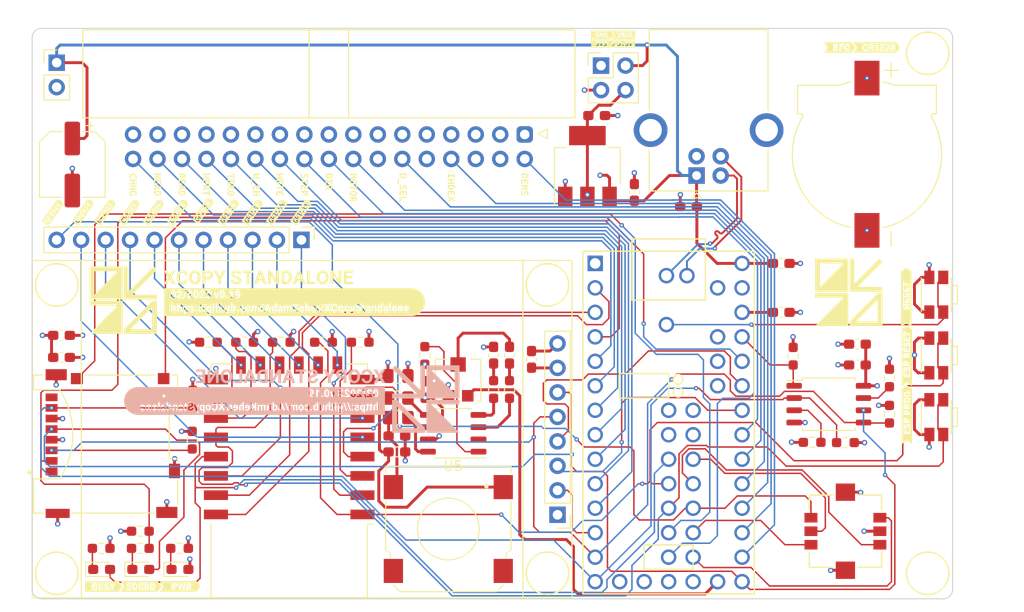
<source format=kicad_pcb>
(kicad_pcb (version 20221018) (generator pcbnew)
  (layers (0 "F.Cu" signal) (1 "In1.Cu" power) (2 "In2.Cu" power) (31 "B.Cu" signal) (34 "B.Paste" user) (35 "F.Paste" user) (36 "B.SilkS" user "B.Silkscreen") (37 "F.SilkS" user "F.Silkscreen") (38 "B.Mask" user) (39 "F.Mask" user) (44 "Edge.Cuts" user))
  (net 0 "")
  (net 1 "BAT_+")
  (net 2 "BAT_-")
  (net 3 "GND")
  (net 4 "VBUS")
  (net 5 "+3V3")
  (net 6 "+3.3V")
  (net 7 "Net-(D1-K)")
  (net 8 "BUSY")
  (net 9 "Net-(D2-K)")
  (net 10 "Net-(D3-K)")
  (net 11 "SCK")
  (net 12 "/Sound & Video/PAM_OUT+")
  (net 13 "/Sound & Video/PAM_OUT-")
  (net 14 "DENSITY")
  (net 17 "INDEX")
  (net 19 "DRIVE_SELECT")
  (net 21 "MOTOR")
  (net 22 "DIRECTION")
  (net 23 "STEP")
  (net 24 "WRITE_DATA")
  (net 25 "WRITE_ENABLE")
  (net 26 "TRACK_0")
  (net 27 "WRITE_PROTECT")
  (net 28 "READ_DATA")
  (net 29 "HEAD_SELECT")
  (net 30 "DISK_CHANGE")
  (net 31 "TEENSYUSB_D-")
  (net 32 "TEENSYUSB_D+")
  (net 33 "SD_CS")
  (net 34 "MOSI")
  (net 35 "MISO")
  (net 36 "SD_WP")
  (net 37 "SD_CD")
  (net 40 "/ESP8266/ESP_ENABLE")
  (net 41 "ESP_RESET")
  (net 42 "ESP_PROG")
  (net 43 "/ESP8266/GPIO_2")
  (net 45 "/Sound & Video/PAM_SD")
  (net 46 "/Sound & Video/PAM_IN+")
  (net 47 "AUDIO_INP")
  (net 48 "JOY_LEFT")
  (net 49 "JOY_PUSH")
  (net 50 "JOY_DOWN")
  (net 51 "JOY_UP")
  (net 52 "JOY_RIGHT")
  (net 53 "TEENSY_RESET")
  (net 54 "RX")
  (net 55 "TX")
  (net 56 "TFT_CS")
  (net 59 "TFT_DC")
  (net 60 "TFT_RESET")
  (net 61 "FLASH_CS")
  (net 62 "Net-(U4-IO2)")
  (net 63 "Net-(U4-IO3)")
  (net 71 "/ESP8266/GPIO15")
  (net 72 "/ESP8266/PH1_ADC")
  (net 73 "/ESP8266/PH2_CS0")
  (net 74 "/ESP8266/PH3_MISO")
  (net 75 "/ESP8266/PH4_GPIO9")
  (net 76 "/ESP8266/PH5_GPIO10")
  (net 77 "/ESP8266/PH6_MOSI")
  (net 78 "/ESP8266/PH7_SCLK")
  (net 80 "/Sound & Video/PAM_IN-")
  (net 81 "/ESP8266/PH11_GPIO16")
  (net 82 "/ESP8266/PH10_GPIO14")
  (net 83 "/ESP8266/PH9_GPIO12")
  (net 84 "/ESP8266/PH8_GPIO5")
  (net 86 "/Sound & Video/AUDIO_INP_CAP")
  (net 87 "/Sound & Video/AUDIO_INP_CR")
  (net 88 "/Sound & Video/AUDIO_INN_CR")
  (net 89 "/Sound & Video/PAM_SPK-")
  (net 90 "/Sound & Video/PAM_SPK+")
  (footprint "kibuzzard-63E650D0" (layer "F.Cu") (at 65.3796 74.168 -90)
    (fp_text reference "kibuzzard-63E650D0" hide)
    (fp_text value "G***" hide)
  )
  (footprint "ak74:SW_SKSCLDE010" (layer "F.Cu") (at 143.6422 91.8972 90)
    (fp_text reference "SW2")
    (fp_text value "SW_Push")
  )
  (footprint "kibuzzard-63E78C36" (layer "F.Cu") (at 109.0168 59.5376)
    (fp_text reference "kibuzzard-63E78C36" hide)
    (fp_text value "G***" hide)
  )
  (footprint "Capacitor_SMD:C_0603_1608Metric_Pad1.08x0.95mm_HandSolder" (layer "F.Cu") (at 90.5986 95.4278 90)
    (fp_text reference "C12")
    (fp_text value "10uF")
  )
  (footprint "kibuzzard-63E65F2C" (layer "F.Cu") (at 133.604 59.944)
    (fp_text reference "kibuzzard-63E65F2C" hide)
    (fp_text value "G***" hide)
  )
  (footprint "kibuzzard-63E78C77" (layer "F.Cu") (at 111.2012 58.6232)
    (fp_text reference "kibuzzard-63E78C77" hide)
    (fp_text value "G***" hide)
  )
  (footprint "Resistor_SMD:R_0603_1608Metric_Pad0.98x0.95mm_HandSolder" (layer "F.Cu") (at 61.0584 110.1344)
    (fp_text reference "R11")
    (fp_text value "10K")
  )
  (footprint "Capacitor_SMD:C_0603_1608Metric_Pad1.08x0.95mm_HandSolder" (layer "F.Cu") (at 117.9376 76.4567 180)
    (fp_text reference "C5")
    (fp_text value "10uF")
  )
  (footprint "kibuzzard-63E649C1" (layer "F.Cu") (at 52.0192 76.998592 55)
    (fp_text reference "kibuzzard-63E649C1" hide)
    (fp_text value "G***" hide)
  )
  (footprint "LED_SMD:LED_0603_1608Metric_Pad1.05x0.95mm_HandSolder" (layer "F.Cu") (at 61.1034 114.0968)
    (fp_text reference "D3")
    (fp_text value "LED")
  )
  (footprint "kibuzzard-63E65F17" (layer "F.Cu") (at 137.4648 59.944)
    (fp_text reference "kibuzzard-63E65F17" hide)
    (fp_text value "G***" hide)
  )
  (footprint "Capacitor_SMD:C_0603_1608Metric_Pad1.08x0.95mm_HandSolder" (layer "F.Cu") (at 87.6776 101.9048 180)
    (fp_text reference "C16")
    (fp_text value "220pf")
  )
  (footprint "ak74:1.8in_TFT_ST7735" (layer "F.Cu") (at 105.8423 82.042 180)
    (fp_text reference "U6")
    (fp_text value "ST7735_SPI")
  )
  (footprint "Package_SO:SOIC-8_5.23x5.23mm_P1.27mm" (layer "F.Cu") (at 132.4932 96.9518)
    (fp_text reference "U4")
    (fp_text value "W25Q128JVS")
  )
  (footprint "Capacitor_SMD:C_0603_1608Metric_Pad1.08x0.95mm_HandSolder" (layer "F.Cu") (at 135.45875 90.7288 180)
    (fp_text reference "C11")
    (fp_text value "0.1uF")
  )
  (footprint "ak74:SW_SKSCLDE010" (layer "F.Cu") (at 143.6422 85.598 90)
    (fp_text reference "SW4")
    (fp_text value "SW_Push")
  )
  (footprint "kibuzzard-63E655A7" (layer "F.Cu") (at 140.5796 98.0368 90)
    (fp_text reference "kibuzzard-63E655A7" hide)
    (fp_text value "G***" hide)
  )
  (footprint "Resistor_SMD:R_0603_1608Metric_Pad0.98x0.95mm_HandSolder" (layer "F.Cu") (at 56.9944 111.9124)
    (fp_text reference "R6")
    (fp_text value "1k")
  )
  (footprint "kibuzzard-63E78C9C" (layer "F.Cu") (at 111.2012 59.5376)
    (fp_text reference "kibuzzard-63E78C9C" hide)
    (fp_text value "G***" hide)
  )
  (footprint "kibuzzard-63E64B6F" (layer "F.Cu") (at 67.602016 76.83279 55)
    (fp_text reference "kibuzzard-63E64B6F" hide)
    (fp_text value "G***" hide)
  )
  (footprint "ak74:ak74_logo_7mm" (layer "F.Cu") (at 134.5692 85.344)
    (fp_text reference "#G2" hide)
    (fp_text value "LOGO" hide)
  )
  (footprint "kibuzzard-63E65113" (layer "F.Cu") (at 83.1596 74.493636 -90)
    (fp_text reference "kibuzzard-63E65113" hide)
    (fp_text value "G***" hide)
  )
  (footprint "ak74:ak74_logo_7mm" (layer "F.Cu") (at 59.2836 86.1568)
    (fp_text reference "#G1" hide)
    (fp_text value "LOGO" hide)
  )
  (footprint "kibuzzard-63E65E35" (layer "F.Cu") (at 77.0636 86.36)
    (fp_text reference "kibuzzard-63E65E35" hide)
    (fp_text value "G***" hide)
  )
  (footprint "kibuzzard-63E65845" (layer "F.Cu") (at 65.1764 115.8748)
    (fp_text reference "kibuzzard-63E65845" hide)
    (fp_text value "G***" hide)
  )
  (footprint "ak74:IDC-Header_2x17_P2.54mm_Horizontal_FLOPPY" (layer "F.Cu") (at 60.2996 71.5093 90)
    (fp_text reference "J1")
    (fp_text value "Conn_02x17_Odd_Even")
  )
  (footprint "Capacitor_SMD:C_0603_1608Metric_Pad1.08x0.95mm_HandSolder" (layer "F.Cu") (at 112.3188 74.9808 90)
    (fp_text reference "C6")
    (fp_text value "10uF")
  )
  (footprint "Capacitor_SMD:C_0603_1608Metric_Pad1.08x0.95mm_HandSolder" (layer "F.Cu") (at 99.3616 91.8714 -90)
    (fp_text reference "C13")
    (fp_text value "1uF")
  )
  (footprint "Capacitor_SMD:C_0603_1608Metric_Pad1.08x0.95mm_HandSolder" (layer "F.Cu") (at 108.4072 67.0052)
    (fp_text reference "C7")
    (fp_text value "22uF")
  )
  (footprint "Resistor_SMD:R_0603_1608Metric_Pad0.98x0.95mm_HandSolder" (layer "F.Cu") (at 75.6888 90.5256 180)
    (fp_text reference "R3")
    (fp_text value "10K")
  )
  (footprint "RF_Module:ESP-12E" (layer "F.Cu") (at 76.5016 104.8948 180)
    (fp_text reference "U2")
    (fp_text value "ESP-12F")
  )
  (footprint "kibuzzard-63E648B8" (layer "F.Cu") (at 64.971304 76.995655 55)
    (fp_text reference "kibuzzard-63E648B8" hide)
    (fp_text value "G***" hide)
  )
  (footprint "kibuzzard-63E651BF" (layer "F.Cu") (at 67.9196 74.168 -90)
    (fp_text reference "kibuzzard-63E651BF" hide)
    (fp_text value "G***" hide)
  )
  (footprint "kibuzzard-63E649A5" (layer "F.Cu") (at 70.231915 76.99727 55)
    (fp_text reference "kibuzzard-63E649A5" hide)
    (fp_text value "G***" hide)
  )
  (footprint "Capacitor_SMD:C_0805_2012Metric_Pad1.18x1.45mm_HandSolder" (layer "F.Cu") (at 87.7824 94.0308)
    (fp_text reference "C3")
    (fp_text value "47uF")
  )
  (footprint "kibuzzard-63E6490B" (layer "F.Cu") (at 62.456535 76.998592 55)
    (fp_text reference "kibuzzard-63E6490B" hide)
    (fp_text value "G***" hide)
  )
  (footprint "Capacitor_SMD:C_0603_1608Metric_Pad1.08x0.95mm_HandSolder" (layer "F.Cu") (at 87.6776 100.2538 180)
    (fp_text reference "C15")
    (fp_text value "220pf")
  )
  (footprint "Connector_PinHeader_2.54mm:PinHeader_1x02_P2.54mm_Vertical" (layer "F.Cu") (at 52.3748 61.5188)
    (fp_text reference "J3")
    (fp_text value "Conn_01x02")
  )
  (footprint "Resistor_SMD:R_0603_1608Metric_Pad0.98x0.95mm_HandSolder" (layer "F.Cu") (at 80.0576 90.5256 180)
    (fp_text reference "R2")
    (fp_text value "10K")
  )
  (footprint "Resistor_SMD:R_0603_1608Metric_Pad0.98x0.95mm_HandSolder" (layer "F.Cu") (at 90.5732 91.8972 90)
    (fp_text reference "R17")
    (fp_text value "10K")
  )
  (footprint "kibuzzard-63E6513B" (layer "F.Cu") (at 80.6196 73.879868 -90)
    (fp_text reference "kibuzzard-63E6513B" hide)
    (fp_text value "G***" hide)
  )
  (footprint "kibuzzard-63E650FB" (layer "F.Cu") (at 70.4596 74.180501 -90)
    (fp_text reference "kibuzzard-63E650FB" hide)
    (fp_text value "G***" hide)
  )
  (footprint "Capacitor_SMD:C_0603_1608Metric_Pad1.08x0.95mm_HandSolder" (layer "F.Cu") (at 127.5556 82.3468 180)
    (fp_text reference "C1")
    (fp_text value "10uF")
  )
  (footprint "kibuzzard-63E65A6E" (layer "F.Cu") (at 62.8396 74.168595 -90)
    (fp_text reference "kibuzzard-63E65A6E" hide)
    (fp_text value "G***" hide)
  )
  (footprint "Capacitor_SMD:C_0603_1608Metric_Pad1.08x0.95mm_HandSolder" (layer "F.Cu") (at 97.7106 91.8714 90)
    (fp_text reference "C14")
    (fp_text value "1uF")
  )
  (footprint "kibuzzard-63E6512D" (layer "F.Cu") (at 78.0796 74.175739 -90)
    (fp_text reference "kibuzzard-63E6512D" hide)
    (fp_text value "G***" hide)
  )
  (footprint "Resistor_SMD:R_0603_1608Metric_Pad0.98x0.95mm_HandSolder" (layer "F.Cu") (at 68.1196 90.5256 180)
    (fp_text reference "R5")
    (fp_text value "10K")
  )
  (footprint "kibuzzard-63E652DF" (layer "F.Cu") (at 73.3044 83.794254)
    (fp_text reference "kibuzzard-63E652DF" hide)
    (fp_text value "G***" hide)
  )
  (footprint "kibuzzard-63E6479F" (layer "F.Cu") (at 59.94581 77.001192 55)
    (fp_text reference "kibuzzard-63E6479F" hide)
    (fp_text value "G***" hide)
  )
  (footprint "ak74:Teensy30_31_32_All_Pins" (layer "F.Cu") (at 115.8716 98.8568 -90)
    (fp_text reference "U1")
    (fp_text value "ak74:Teensy3.2")
  )
  (footprint "kibuzzard-63E6514F" (layer "F.Cu") (at 93.3196 74.475181 -90)
    (fp_text reference "kibuzzard-63E6514F" hide)
    (fp_text value "G***" hide)
  )
  (footprint "kibuzzard-63E65580" (layer "F.Cu") (at 140.5288 85.8448 90)
    (fp_text reference "kibuzzard-63E65580" hide)
    (fp_text value "G***" hide)
  )
  (footprint "Resistor_SMD:R_0603_1608Metric_Pad0.98x0.95mm_HandSolder" (layer "F.Cu") (at 138.7856 97.9932 90)
    (fp_text reference "R13")
    (fp_text value "10K")
  )
  (footprint "Resistor_SMD:R_0603_1608Metric_Pad0.98x0.95mm_HandSolder" (layer "F.Cu") (at 65.1224 111.9124)
    (fp_text reference "R7")
    (fp_text value "1k")
  )
  (footprint "Capacitor_SMD:C_0603_1608Metric_Pad1.08x0.95mm_HandSolder" (layer "F.Cu") (at 101.6476 92.3036 -90)
    (fp_text reference "C17")
    (fp_text value "10uF")
  )
  (footprint "Capacitor_SMD:CP_Elec_6.3x5.8" (layer "F.Cu") (at 54.0004 72.0852 -90)
    (fp_text reference "C4")
    (fp_text value "330uF")
  )
  (footprint "kibuzzard-63E65952" (layer "F.Cu") (at 75.5396 74.175143 -90)
    (fp_text reference "kibuzzard-63E65952" hide)
    (fp_text value "G***" hide)
  )
  (footprint "ak74:SW_SKSCLDE010" (layer "F.Cu") (at 143.6422 98.298 90)
    (fp_text reference "SW3")
    (fp_text value "SW_Push")
  )
  (footprint "kibuzzard-63E78C45" (layer "F.Cu") (at 109.0168 58.6232)
    (fp_text reference "kibuzzard-63E78C45" hide)
    (fp_text value "G***" hide)
  )
  (footprint "ak74:USB_B_OST_USB_Horizontal-Jing-Extension-111A1010D10200" (layer "F.Cu") (at 118.7704 73.2298 90)
    (fp_text reference "J4")
    (fp_text value "USB_B")
  )
  (footprint "Resistor_SMD:R_0603_1608Metric_Pad0.98x0.95mm_HandSolder" (layer "F.Cu") (at 66.4432 100.6856 90)
    (fp_text reference "R16")
    (fp_text value "10K")
  )
  (footprint "Capacitor_SMD:C_0603_1608Metric_Pad1.08x0.95mm_HandSolder" (layer "F.Cu") (at 135.45875 92.8878 180)
    (fp_text reference "C10")
    (fp_text value "10uF")
  )
  (footprint "kibuzzard-63E65145" (layer "F.Cu") (at 88.2396 74.457917 -90)
    (fp_text reference "kibuzzard-63E65145" hide)
    (fp_text value "G***" hide)
  )
  (footprint "Resistor_SMD:R_0603_1608Metric_Pad0.98x0.95mm_HandSolder" (layer "F.Cu") (at 83.8676 90.5256 180)
    (fp_text reference "R1")
    (fp_text value "10K")
  )
  (footprint "kibuzzard-63E65598" (layer "F.Cu") (at 140.5796 91.9408 90)
    (fp_text reference "kibuzzard-63E65598" hide)
    (fp_text value "G***" hide)
  )
  (footprint "kibuzzard-63E6515C" (layer "F.Cu") (at 100.9396 74.160261 -90)
    (fp_text reference "kibuzzard-63E6515C" hide)
    (fp_text value "G***" hide)
  )
  (footprint "kibuzzard-63E65800" (layer "F.Cu") (at 57.2516 115.8748)
    (fp_text reference "kibuzzard-63E65800" hide)
    (fp_text value "G***" hide)
  )
  (footprint "Capacitor_SMD:C_0603_1608Metric_Pad1.08x0.95mm_HandSolder" (layer "F.Cu") (at 52.8796 89.8144)
    (fp_text reference "C9")
    (fp_text value "0.1uF")
  )
  (footprint "Capacitor_SMD:C_0603_1608Metric_Pad1.08x0.95mm_HandSolder" (layer "F.Cu") (at 52.8796 92.1004)
    (fp_text reference "C8")
    (fp_text value "10uF")
  )
  (footprint "Capacitor_SMD:C_0603_1608Metric_Pad1.08x0.95mm_HandSolder" (layer "F.Cu") (at 127.5556 87.4268 180)
    (fp_text reference "C2")
    (fp_text value "10uF")
  )
  (footprint "ak74:MountingHole_2.2mm_M2" (layer "F.Cu") (at 142.748 60.5536)
    (fp_text reference "H1")
    (fp_text value "MountingHole")
  )
  (footprint "Resistor_SMD:R_0603_1608Metric_Pad0.98x0.95mm_HandSolder" (layer "F.Cu") (at 128.7948 91.9734 -90)
    (fp_text reference "R8")
    (fp_text value "10K")
  )
  (footprint "Connector_PinHeader_2.54mm:PinHeader_1x11_P2.54mm_Vertical" (layer "F.Cu") (at 77.7716 79.9084 -90)
    (fp_text reference "J2")
    (fp_text value "Conn_01x07")
  )
  (footprint "Connector_PinHeader_2.54mm:PinHeader_2x02_P2.54mm_Vertical" (layer "F.Cu") (at 108.8594 61.8236)
    (fp_text reference "J5")
    (fp_text value "Conn_01x04")
  )
  (footprint "Resistor_SMD:R_0603_1608Metric_Pad0.98x0.95mm_HandSolder" (layer "F.Cu") (at 61.0584 111.9124)
    (fp_text reference "R14")
    (fp_text value "1k")
  )
  (footprint "Resistor_SMD:R_0805_2012Metric_Pad1.20x1.40mm_HandSolder" (layer "F.Cu") (at 87.8206 98.3488 180)
    (fp_text reference "FB2")
    (fp_text value "FerriteBead")
  )
  (footprint "ak74:Switches_ALPS-SKRHAAE010" (layer "F.Cu") (at 134.2136 110.1344)
    (fp_text reference "SW1")
    (fp_text value "SW_JOY_SKRHABE010")
  )
  (footprint "Resistor_SMD:R_0603_1608Metric_Pad0.98x0.95mm_HandSolder" (layer "F.Cu") (at 138.7856 94.234 -90)
    (fp_text reference "R10")
    (fp_text value "10K")
  )
  (footprint "Package_SO:SOP-8_3.9x4.9mm_P1.27mm" (layer "F.Cu") (at 93.5196 99.9744 180)
    (fp_text reference "U5")
    (fp_text value "PAM8302AAD")
  )
  (footprint "Resistor_SMD:R_0603_1608Metric_Pad0.98x0.95mm_HandSolder" (layer "F.Cu") (at 130.7611 100.9142)
    (fp_text reference "R9")
    (fp_text value "10K")
  )
  (footprint "Resistor_SMD:R_0603_1608Metric_Pad0.98x0.95mm_HandSolder" (layer "F.Cu") (at 134.2136 100.9396)
    (fp_text reference "R12")
    (fp_text value "10K")
  )
  (footprint "ak74:MountingHole_2.2mm_M2" (layer "F.Cu") (at 142.7478 114.5018)
    (fp_text reference "H2")
    (fp_text value "MountingHole")
  )
  (footprint "Resistor_SMD:R_0603_1608Metric_Pad0.98x0.95mm_HandSolder" (layer "F.Cu") (at 97.7106 95.4274 -90)
    (fp_text reference "R19")
    (fp_text value "100")
  )
  (footprint "Resistor_SMD:R_0603_1608Metric_Pad0.98x0.95mm_HandSolder" (layer "F.Cu") (at 71.8788 90.5256 180)
    (fp_text reference "R4")
    (fp_text value "10K")
  )
  (footprint "Resistor_SMD:R_0805_2012Metric_Pad1.20x1.40mm_HandSolder" (layer "F.Cu") (at 87.8206 96.3168 180)
    (fp_text reference "FB1")
    (fp_text value "FerriteBead")
  )
  (footprint "Resistor_SMD:R_0603_1608Metric_Pad0.98x0.95mm_HandSolder" (layer "F.Cu") (at 66.494 96.4184 90)
    (fp_text reference "R15")
    (fp_text value "10K")
  )
  (footprint "ak74:MOLEX_503182-1853-2" (layer "F.Cu") (at 57.4516 101.0412 90)
    (fp_text reference "J6")
    (fp_text value "503182-1853")
  )
  (footprint "Package_TO_SOT_SMD:SOT-223-3_TabPin2" (layer "F.Cu") (at 107.442 72.2376 90)
    (fp_text reference "U3")
    (fp_text value "AP1117-33")
  )
  (footprint "kibuzzard-63E6473B" (layer "F.Cu") (at 57.433492 76.996316 55)
    (fp_text reference "kibuzzard-63E6473B" hide)
    (fp_text value "G***" hide)
  )
  (footprint "kibuzzard-63E648B8" (layer "F.Cu") (at 75.259272 76.995655 55)
    (fp_text reference "kibuzzard-63E648B8" hide)
    (fp_text value "G***" hide)
  )
  (footprint "kibuzzard-63E649E9" (layer "F.Cu") (at 72.744959 76.999242 55)
    (fp_text reference "kibuzzard-63E649E9" hide)
    (fp_text value "G***" hide)
  )
  (footprint "ak74:Potentiometer_Bourns_TC33X-2" (layer "F.Cu") (at 94.0276 94.2848)
    (fp_text reference "RV1")
    (fp_text value "R_Potentiometer")
  )
  (footprint "LED_SMD:LED_0603_1608Metric_Pad1.05x0.95mm_HandSolder" (layer "F.Cu") (at 57.0394 114.0968)
    (fp_text reference "D1")
    (fp_text value "LED")
  )
  (footprint "Resistor_SMD:R_0603_1608Metric_Pad0.98x0.95mm_HandSolder" (layer "F.Cu") (at 99.3616 95.4274 -90)
    (fp_text reference "R18")
    (fp_text value "100")
  )
  (footprint "LED_SMD:LED_0603_1608Metric_Pad1.05x0.95mm_HandSolder" (layer "F.Cu") (at 65.1674 114.0968)
    (fp_text reference "D2")
    (fp_text value "LED")
  )
  (footprint "ak74:SPK_FUET_FS-1340" (layer "F.Cu") (at 93.0116 109.9058 180)
    (fp_text reference "LS1")
    (fp_text value "FS-1340")
  )
  (footprint "kibuzzard-63E65107" (layer "F.Cu") (at 72.9996 74.175143 -90)
    (fp_text reference "kibuzzard-63E65107" hide)
    (fp_text value "G***" hide)
  )
  (footprint "kibuzzard-63E64BAD" (layer "F.Cu") (at 55.1688 76.99209 55)
    (fp_text reference "kibuzzard-63E64BAD" hide)
    (fp_text value "G***" hide)
  )
  (footprint "ak74:keystone-PN1056TR" (layer "F.Cu") (at 136.4488 71.0692 -90)
    (fp_text reference "BT1")
    (fp_text value "Battery_Cell")
  )
  (footprint "kibuzzard-63E65082" (layer "F.Cu") (at 60.2996 74.178715 -90)
    (fp_text reference "kibuzzard-63E65082" hide)
    (fp_text value "G***" hide)
  )
  (footprint "kibuzzard-63E64A01" (layer "F.Cu") (at 77.7748 76.997292 55)
    (fp_text reference "kibuzzard-63E64A01" hide)
    (fp_text value "G***" hide)
  )
  (footprint "kibuzzard-63E6582B" (layer "F.Cu") (at 61.1124 115.8748)
    (fp_text reference "kibuzzard-63E6582B" hide)
    (fp_text value "G***" hide)
  )
  (footprint "kibuzzard-63E652DF" (layer "B.Cu") (at 76.6572 94.055854 180)
    (fp_text reference "kibuzzard-63E652DF" hide)
    (fp_text value "G***" hide)
  )
  (footprint "ak74:ak74_logo_7mm" (layer "B.Cu") (at 90.678 96.4184 180)
    (fp_text reference "#G1" hide)
    (fp_text value "LOGO" hide)
  )
  (footprint "kibuzzard-63E65E35" (layer "B.Cu") (at 72.898 96.6216 180)
    (fp_text reference "kibuzzard-63E65E35" hide)
    (fp_text value "G***" hide)
  )
  (gr_line (start 50.8 57.9628) (end 144.402301 57.9628) (stroke (width 0.1)) (layer "Edge.Cuts"))
  (gr_line (start 145.3388 58.950099) (end 145.3388 116.145788) (stroke (width 0.1)) (layer "Edge.Cuts"))
  (gr_arc (start 145.3388 116.145788) (mid 145.048964 116.85105) (end 144.345324 117.1448) (stroke (width 0.1)) (layer "Edge.Cuts"))
  (gr_arc (start 49.8348 58.928) (mid 50.117501 58.245501) (end 50.8 57.9628) (stroke (width 0.1)) (layer "Edge.Cuts"))
  (gr_arc (start 144.402301 57.9628) (mid 145.075026 58.262495) (end 145.3388 58.950099) (stroke (width 0.1)) (layer "Edge.Cuts"))
  (gr_line (start 49.8316 116.157501) (end 49.8348 58.928) (stroke (width 0.1)) (layer "Edge.Cuts"))
  (gr_line (start 144.345324 117.1448) (end 50.8 117.1448) (stroke (width 0.1)) (layer "Edge.Cuts"))
  (gr_arc (start 50.8 117.1448) (mid 50.111324 116.851713) (end 49.8316 116.157501) (stroke (width 0.1)) (layer "Edge.Cuts"))
  (via (at 136.4488 63.1192) (size 0.46) (drill 0.2) (layers "F.Cu" "B.Cu") (net 1))
  (via (at 136.4488 78.9192) (size 0.46) (drill 0.2) (layers "F.Cu" "B.Cu") (net 2))
  (segment (start 105.142 75.3876) (end 105.142 73.8487) (width 0.3048) (layer "F.Cu") (net 3))
  (segment (start 142.9222 90.0972) (end 141.8048 90.0972) (width 0.3048) (layer "F.Cu") (net 3))
  (segment (start 64.6016 103.8812) (end 64.6016 102.632) (width 0.3048) (layer "F.Cu") (net 3))
  (segment (start 142.9222 101.375) (end 142.9004 101.3968) (width 0.3048) (layer "F.Cu") (net 3))
  (segment (start 142.9222 83.798) (end 142.1096 83.798) (width 0.3048) (layer "F.Cu") (net 3))
  (segment (start 117.0751 76.4567) (end 117.0751 75.2293) (width 0.3048) (layer "F.Cu") (net 3))
  (segment (start 52.3266 94.9457) (end 52.324 94.9483) (width 0.3048) (layer "F.Cu") (net 3))
  (segment (start 128.8932 98.8568) (end 130.0226 98.8568) (width 0.3048) (layer "F.Cu") (net 3))
  (segment (start 142.9222 83.798) (end 142.9222 82.521) (width 0.3048) (layer "F.Cu") (net 3))
  (segment (start 141.9064 100.098) (end 141.3764 99.568) (width 0.3048) (layer "F.Cu") (net 3))
  (segment (start 66.4432 99.7731) (end 65.3307 99.7731) (width 0.3048) (layer "F.Cu") (net 3))
  (segment (start 137.6699 97.0807) (end 137.668 97.0788) (width 0.3048) (layer "F.Cu") (net 3))
  (segment (start 135.7516 106.0844) (end 135.7884 106.1212) (width 0.3048) (layer "F.Cu") (net 3))
  (segment (start 66.164676 90.5256) (end 66.127738 90.488662) (width 0.3048) (layer "F.Cu") (net 3))
  (segment (start 92.075 100.2538) (end 91.7194 100.6094) (width 0.3048) (layer "F.Cu") (net 3))
  (segment (start 141.3764 96.9772) (end 141.8556 96.498) (width 0.3048) (layer "F.Cu") (net 3))
  (segment (start 141.478 93.4212) (end 141.3764 93.3196) (width 0.3048) (layer "F.Cu") (net 3))
  (segment (start 88.5401 100.2538) (end 88.5401 101.9048) (width 0.3048) (layer "F.Cu") (net 3))
  (segment (start 134.59625 90.7288) (end 133.4516 90.7288) (width 0.3048) (layer "F.Cu") (net 3))
  (segment (start 141.3764 84.5312) (end 141.3764 86.5632) (width 0.3048) (layer "F.Cu") (net 3))
  (segment (start 135.1261 100.9396) (end 136.1948 100.9396) (width 0.3048) (layer "F.Cu") (net 3))
  (segment (start 88.8199 92.7315) (end 88.8199 94.0308) (width 0.3048) (layer "F.Cu") (net 3))
  (segment (start 52.4766 108.2862) (end 52.4766 109.3722) (width 0.3048) (layer "F.Cu") (net 3))
  (segment (start 52.4766 109.3722) (end 52.4764 109.3724) (width 0.3048) (layer "F.Cu") (net 3))
  (segment (start 93.0276 96.0848) (end 93.0276 94.958) (width 0.3048) (layer "F.Cu") (net 3))
  (segment (start 97.7106 91.0089) (end 96.6967 91.0089) (width 0.3048) (layer "F.Cu") (net 3))
  (segment (start 137.7886 110.1344) (end 136.147786 110.1344) (width 0.3048) (layer "F.Cu") (net 3))
  (segment (start 138.7856 97.0807) (end 137.6699 97.0807) (width 0.3048) (layer "F.Cu") (net 3))
  (segment (start 142.9222 82.521) (end 142.9004 82.4992) (width 0.3048) (layer "F.Cu") (net 3))
  (segment (start 133.477 92.8878) (end 133.4516 92.8624) (width 0.3048) (layer "F.Cu") (net 3))
  (segment (start 51.8466 98.4412) (end 52.9752 98.4412) (width 0.3048) (layer "F.Cu") (net 3))
  (segment (start 93.0276 95.974) (end 93.0148 95.9612) (width 0.3048) (layer "F.Cu") (net 3))
  (segment (start 68.9016 93.262524) (end 68.896338 93.257262) (width 0.3048) (layer "F.Cu") (net 3))
  (segment (start 64.6016 96.1012) (end 63.5124 96.1012) (width 0.3048) (layer "F.Cu") (net 3))
  (segment (start 57.9069 110.8507) (end 57.912 110.8456) (width 0.3048) (layer "F.Cu") (net 3))
  (segment (start 134.2136 114.1844) (end 132.7036 114.1844) (width 0.3048) (layer "F.Cu") (net 3))
  (segment (start 142.9222 93.6972) (end 141.754 93.6972) (width 0.3048) (layer "F.Cu") (net 3))
  (segment (start 142.9222 100.098) (end 142.9222 101.375) (width 0.3048) (layer "F.Cu") (net 3))
  (segment (start 141.8556 96.498) (end 142.9222 96.498) (width 0.3048) (layer "F.Cu") (net 3))
  (segment (start 134.2136 106.0844) (end 135.7516 106.0844) (width 0.3048) (layer "F.Cu") (net 3))
  (segment (start 141.3764 90.5256) (end 141.3764 91.8464) (width 0.3048) (layer "F.Cu") (net 3))
  (segment (start 101.6476 91.4411) (end 103.5532 91.4411) (width 0.3048) (layer "F.Cu") (net 3))
  (segment (start 68.9016 94.3948) (end 68.9016 93.262524) (width 0.3048) (layer "F.Cu") (net 3))
  (segment (start 66.494 94.3896) (end 66.4972 94.3864) (width 0.3048) (layer "F.Cu") (net 3))
  (segment (start 52.3266 93.8962) (end 52.3266 94.9457) (width 0.3048) (layer "F.Cu") (net 3))
  (segment (start 88.5401 102.8149) (end 88.5444 102.8192) (width 0.3048) (layer "F.Cu") (net 3))
  (segment (start 117.0751 75.2293) (end 117.094 75.2104) (width 0.3048) (layer "F.Cu") (net 3))
  (segment (start 128.4181 82.3468) (end 129.54 82.3468) (width 0.3048) (layer "F.Cu") (net 3))
  (segment (start 90.5986 94.5653) (end 91.5151 94.5653) (width 0.3048) (layer "F.Cu") (net 3))
  (segment (start 63.8066 107.0882) (end 63.8048 107.0864) (width 0.3048) (layer "F.Cu") (net 3))
  (segment (start 63.5124 96.1012) (end 63.5 96.1136) (width 0.3048) (layer "F.Cu") (net 3))
  (segment (start 141.8048 90.0972) (end 141.3764 90.5256) (width 0.3048) (layer "F.Cu") (net 3))
  (segment (start 53.7421 92.1004) (end 55.0672 92.1004) (width 0.3048) (layer "F.Cu") (net 3))
  (segment (start 54.0004 74.7852) (end 54.0004 72.4916) (width 0.3048) (layer "F.Cu") (net 3))
  (segment (start 141.754 93.6972) (end 141.478 93.4212) (width 0.3048) (layer "F.Cu") (net 3))
  (segment (start 128.4181 87.4268) (end 129.54 87.4268) (width 0.3048) (layer "F.Cu") (net 3))
  (segment (start 53.7421 89.8144) (end 55.0672 89.8144) (width 0.3048) (layer "F.Cu") (net 3))
  (segment (start 105.142 73.8487) (end 105.156 73.8347) (width 0.3048) (layer "F.Cu") (net 3))
  (segment (start 142.2112 87.398) (end 142.9222 87.398) (width 0.3048) (layer "F.Cu") (net 3))
  (segment (start 65.3307 99.7731) (end 65.3288 99.7712) (width 0.3048) (layer "F.Cu") (net 3))
  (segment (start 57.9069 111.9632) (end 57.9069 110.8507) (width 0.3048) (layer "F.Cu") (net 3))
  (segment (start 66.0349 111.9124) (end 66.0349 110.8507) (width 0.3048) (layer "F.Cu") (net 3))
  (segment (start 109.2697 67.0052) (end 110.5916 67.0052) (width 0.3048) (layer "F.Cu") (net 3))
  (segment (start 132.7036 114.1844) (end 132.6896 114.1984) (width 0.3048) (layer "F.Cu") (net 3))
  (segment (start 134.59625 92.8878) (end 133.477 92.8878) (width 0.3048) (layer "F.Cu") (net 3))
  (segment (start 112.3188 74.1183) (end 112.3188 72.9488) (width 0.3048) (layer "F.Cu") (net 3))
  (segment (start 66.494 95.5059) (end 66.494 94.3896) (width 0.3048) (layer "F.Cu") (net 3))
  (segment (start 141.3764 86.5632) (end 142.2112 87.398) (width 0.3048) (layer "F.Cu") (net 3))
  (segment (start 52.9752 98.4412) (end 52.9844 98.4504) (width 0.3048) (layer "F.Cu") (net 3))
  (segment (start 103.5532 91.4411) (end 104.3423 90.652) (width 0.3048) (layer "F.Cu") (net 3))
  (segment (start 142.9222 100.098) (end 141.9064 100.098) (width 0.3048) (layer "F.Cu") (net 3))
  (segment (start 63.8066 108.1862) (end 63.8066 107.0882) (width 0.3048) (layer "F.Cu") (net 3))
  (segment (start 66.0349 110.8507) (end 66.04 110.8456) (width 0.3048) (layer "F.Cu") (net 3))
  (segment (start 141.3764 99.568) (end 141.3764 96.9772) (width 0.3048) (layer "F.Cu") (net 3))
  (segment (start 64.6016 102.632) (end 64.6176 102.616) (width 0.3048) (layer "F.Cu") (net 3))
  (segment (start 88.5401 101.9048) (end 88.5401 102.8149) (width 0.3048) (layer "F.Cu") (net 3))
  (segment (start 142.1096 83.798) (end 141.3764 84.5312) (width 0.3048) (layer "F.Cu") (net 3))
  (segment (start 91.7194 100.6094) (end 90.8946 100.6094) (width 0.3048) (layer "F.Cu") (net 3))
  (segment (start 67.2071 90.5256) (end 66.164676 90.5256) (width 0.3048) (layer "F.Cu") (net 3))
  (segment (start 141.3764 93.3196) (end 141.3764 91.8464) (width 0.3048) (layer "F.Cu") (net 3))
  (via (at 129.54 87.4268) (size 0.56) (drill 0.3) (layers "F.Cu" "B.Cu") (net 3))
  (via (at 52.4764 109.3724) (size 0.56) (drill 0.3) (layers "F.Cu" "B.Cu") (net 3))
  (via (at 64.6176 102.616) (size 0.56) (drill 0.3) (layers "F.Cu" "B.Cu") (net 3))
  (via (at 110.5916 67.0052) (size 0.56) (drill 0.3) (layers "F.Cu" "B.Cu") (net 3))
  (via (at 66.127738 90.488662) (size 0.56) (drill 0.3) (layers "F.Cu" "B.Cu") (net 3))
  (via (at 52.9844 98.4504) (size 0.56) (drill 0.3) (layers "F.Cu" "B.Cu") (net 3))
  (via (at 117.094 75.2104) (size 0.56) (drill 0.3) (layers "F.Cu" "B.Cu") (net 3))
  (via (at 88.5444 102.8192) (size 0.56) (drill 0.3) (layers "F.Cu" "B.Cu") (net 3))
  (via (at 55.0672 92.1004) (size 0.56) (drill 0.3) (layers "F.Cu" "B.Cu") (net 3))
  (via (at 54.0004 72.4916) (size 0.56) (drill 0.3) (layers "F.Cu" "B.Cu") (net 3))
  (via (at 52.324 94.9483) (size 0.56) (drill 0.3) (layers "F.Cu" "B.Cu") (net 3))
  (via (at 57.912 110.8456) (size 0.56) (drill 0.3) (layers "F.Cu" "B.Cu") (net 3))
  (via (at 133.4516 90.7288) (size 0.56) (drill 0.3) (layers "F.Cu" "B.Cu") (net 3))
  (via (at 96.6724 91.0332) (size 0.56) (drill 0.3) (layers "F.Cu" "B.Cu") (net 3))
  (via (at 142.9004 101.3968) (size 0.56) (drill 0.3) (layers "F.Cu" "B.Cu") (net 3))
  (via (at 112.3188 72.9488) (size 0.56) (drill 0.3) (layers "F.Cu" "B.Cu") (net 3))
  (via (at 141.3764 91.8464) (size 0.56) (drill 0.3) (layers "F.Cu" "B.Cu") (net 3))
  (via (at 66.04 110.8456) (size 0.56) (drill 0.3) (layers "F.Cu" "B.Cu") (net 3))
  (via (at 135.7884 106.1212) (size 0.56) (drill 0.3) (layers "F.Cu" "B.Cu") (net 3))
  (via (at 92.075 100.2538) (size 0.56) (drill 0.3) (layers "F.Cu" "B.Cu") (net 3))
  (via (at 68.896338 93.257262) (size 0.56) (drill 0.3) (layers "F.Cu" "B.Cu") (net 3))
  (via (at 55.0672 89.8144) (size 0.56) (drill 0.3) (layers "F.Cu" "B.Cu") (net 3))
  (via (at 137.668 97.0788) (size 0.56) (drill 0.3) (layers "F.Cu" "B.Cu") (net 3))
  (via (at 91.5416 94.5388) (size 0.56) (drill 0.3) (layers "F.Cu" "B.Cu") (net 3))
  (via (at 66.4972 94.3864) (size 0.56) (drill 0.3) (layers "F.Cu" "B.Cu") (net 3))
  (via (at 63.5 96.1136) (size 0.56) (drill 0.3) (layers "F.Cu" "B.Cu") (net 3))
  (via (at 142.9004 82.4992) (size 0.56) (drill 0.3) (layers "F.Cu" "B.Cu") (net 3))
  (via (at 65.3288 99.7712) (size 0.56) (drill 0.3) (layers "F.Cu" "B.Cu") (net 3))
  (via (at 133.4516 92.8624) (size 0.56) (drill 0.3) (layers "F.Cu" "B.Cu") (net 3))
  (via (at 129.54 82.3468) (size 0.56) (drill 0.3) (layers "F.Cu" "B.Cu") (net 3))
  (via (at 105.156 73.8347) (size 0.56) (drill 0.3) (layers "F.Cu" "B.Cu") (net 3))
  (via (at 88.8199 92.7315) (size 0.56) (drill 0.3) (layers "F.Cu" "B.Cu") (net 3))
  (via (at 132.6896 114.1984) (size 0.56) (drill 0.3) (layers "F.Cu" "B.Cu") (net 3))
  (via (at 63.8048 107.0864) (size 0.56) (drill 0.3) (layers "F.Cu" "B.Cu") (net 3))
  (via (at 93.0148 94.9452) (size 0.56) (drill 0.3) (layers "F.Cu" "B.Cu") (net 3))
  (via (at 136.1948 100.9396) (size 0.56) (drill 0.3) (layers "F.Cu" "B.Cu") (net 3))
  (via (at 136.147786 110.1344) (size 0.56) (drill 0.3) (layers "F.Cu" "B.Cu") (net 3))
  (via (at 130.0226 98.8568) (size 0.56) (drill 0.3) (layers "F.Cu" "B.Cu") (net 3))
  (segment (start 118.7704 76.427) (end 118.7704 73.2298) (width 0.3048) (layer "F.Cu") (net 4))
  (segment (start 123.4916 82.3468) (end 126.5181 82.3468) (width 0.3048) (layer "F.Cu") (net 4))
  (segment (start 118.8001 76.4567) (end 118.7704 76.427) (width 0.3048) (layer "F.Cu") (net 4))
  (segment (start 112.3188 75.8433) (end 110.1977 75.8433) (width 0.3048) (layer "F.Cu") (net 4))
  (segment (start 92.075 99.3394) (end 92.4052 99.0092) (width 0.3048) (layer "F.Cu") (net 4))
  (segment (start 113.6396 59.69) (end 113.6396 61.341) (width 0.3048) (layer "F.Cu") (net 4))
  (segment (start 90.8946 99.3394) (end 92.075 99.3394) (width 0.3048) (layer "F.Cu") (net 4))
  (segment (start 108.7628 73.2028) (end 109.474 73.2028) (width 0.3048) (layer "F.Cu") (net 4))
  (segment (start 90.8946 99.3394) (end 90.629099 99.3394) (width 0.3048) (layer "F.Cu") (net 4))
  (segment (start 55.2272 69.3852) (end 55.5244 69.088) (width 0.3048) (layer "F.Cu") (net 4))
  (segment (start 109.742 73.4708) (end 109.742 75.3876) (width 0.3048) (layer "F.Cu") (net 4))
  (segment (start 54.0004 69.3852) (end 55.2272 69.3852) (width 0.3048) (layer "F.Cu") (net 4))
  (segment (start 110.1977 75.8433) (end 109.742 75.3876) (width 0.3048) (layer "F.Cu") (net 4))
  (segment (start 92.4052 99.0092) (end 92.4052 97.3328) (width 0.3048) (layer "F.Cu") (net 4))
  (segment (start 55.0164 61.5188) (end 52.3748 61.5188) (width 0.3048) (layer "F.Cu") (net 4))
  (segment (start 113.6396 61.341) (end 113.157 61.8236) (width 0.3048) (layer "F.Cu") (net 4))
  (segment (start 113.3359 75.8433) (end 115.9494 73.2298) (width 0.3048) (layer "F.Cu") (net 4))
  (segment (start 118.8001 76.4567) (end 118.8001 80.2429) (width 0.3048) (layer "F.Cu") (net 4))
  (segment (start 112.3188 75.8433) (end 113.3359 75.8433) (width 0.3048) (layer "F.Cu") (net 4))
  (segment (start 55.5244 62.0268) (end 55.0164 61.5188) (width 0.3048) (layer "F.Cu") (net 4))
  (segment (start 109.474 73.2028) (end 109.742 73.4708) (width 0.3048) (layer "F.Cu") (net 4))
  (segment (start 118.8001 80.2429) (end 120.904 82.3468) (width 0.3048) (layer "F.Cu") (net 4))
  (segment (start 120.904 82.3468) (end 123.4916 82.3468) (width 0.3048) (layer "F.Cu") (net 4))
  (segment (start 92.4052 97.3328) (end 91.3627 96.2903) (width 0.3048) (layer "F.Cu") (net 4))
  (segment (start 91.3627 96.2903) (end 90.5986 96.2903) (width 0.3048) (layer "F.Cu") (net 4))
  (segment (start 113.157 61.8236) (end 111.3994 61.8236) (width 0.3048) (layer "F.Cu") (net 4))
  (segment (start 115.9494 73.2298) (end 118.7704 73.2298) (width 0.3048) (layer "F.Cu") (net 4))
  (segment (start 55.5244 69.088) (end 55.5244 62.0268) (width 0.3048) (layer "F.Cu") (net 4))
  (via (at 90.5732 92.8097) (size 0.56) (drill 0.3) (layers "F.Cu" "B.Cu") (net 4))
  (via (at 90.5986 96.2903) (size 0.56) (drill 0.3) (layers "F.Cu" "B.Cu") (net 4))
  (via (at 113.6396 59.69) (size 0.56) (drill 0.3) (layers "F.Cu" "B.Cu") (net 4))
  (via (at 108.7628 73.2028) (size 0.56) (drill 0.3) (layers "F.Cu" "B.Cu") (net 4))
  (segment (start 113.6396 59.69) (end 115.6208 59.69) (width 0.3048) (layer "B.Cu") (net 4))
  (segment (start 113.6396 59.69) (end 52.7304 59.69) (width 0.3048) (layer "B.Cu") (net 4))
  (segment (start 115.6208 59.69) (end 116.7892 60.8584) (width 0.3048) (layer "B.Cu") (net 4))
  (segment (start 117.2734 73.2298) (end 118.7704 73.2298) (width 0.3048) (layer "B.Cu") (net 4))
  (segment (start 116.7892 72.7456) (end 117.2734 73.2298) (width 0.3048) (layer "B.Cu") (net 4))
  (segment (start 52.7304 59.69) (end 52.3748 60.0456) (width 0.3048) (layer "B.Cu") (net 4))
  (segment (start 116.7892 60.8584) (end 116.7892 72.7456) (width 0.3048) (layer "B.Cu") (net 4))
  (segment (start 52.3748 60.0456) (end 52.3748 61.5188) (width 0.3048) (layer "B.Cu") (net 4))
  (segment (start 86.3809 94.3948) (end 86.7449 94.0308) (width 0.3048) (layer "F.Cu") (net 5))
  (segment (start 84.7801 90.5256) (end 84.7801 89.4131) (width 0.3048) (layer "F.Cu") (net 5))
  (segment (start 108.6104 65.9384) (end 109.8246 65.9384) (width 0.3048) (layer "F.Cu") (net 5))
  (segment (start 107.5447 67.0052) (end 108.6104 65.9395) (width 0.3048) (layer "F.Cu") (net 5))
  (segment (start 73.08886 89.42034) (end 73.24126 89.42034) (width 0.3048) (layer "F.Cu") (net 5))
  (segment (start 84.1016 94.3948) (end 86.3809 94.3948) (width 0.3048) (layer "F.Cu") (net 5))
  (segment (start 76.6013 90.5256) (end 76.6013 89.7687) (width 0.3048) (layer "F.Cu") (net 5))
  (segment (start 108.6104 65.9395) (end 108.6104 65.9384) (width 0.3048) (layer "F.Cu") (net 5))
  (segment (start 109.8246 65.9384) (end 111.3994 64.3636) (width 0.3048) (layer "F.Cu") (net 5))
  (segment (start 72.7913 89.7179) (end 73.08886 89.42034) (width 0.3048) (layer "F.Cu") (net 5))
  (segment (start 101.6735 93.192) (end 101.6476 93.1661) (width 0.3048) (layer "F.Cu") (net 5))
  (segment (start 107.442 75.222299) (end 107.442 69.0876) (width 0.3048) (layer "F.Cu") (net 5))
  (segment (start 107.442 67.1079) (end 107.5447 67.0052) (width 0.3048) (layer "F.Cu") (net 5))
  (segment (start 72.7913 90.5256) (end 72.7913 89.7179) (width 0.3048) (layer "F.Cu") (net 5))
  (segment (start 107.442 69.0876) (end 107.442 67.1079) (width 0.3048) (layer "F.Cu") (net 5))
  (segment (start 104.3423 93.192) (end 101.6735 93.192) (width 0.3048) (layer "F.Cu") (net 5))
  (segment (start 80.9701 89.432376) (end 80.960462 89.422738) (width 0.3048) (layer "F.Cu") (net 5))
  (segment (start 84.7801 89.4131) (end 84.7852 89.408) (width 0.3048) (layer "F.Cu") (net 5))
  (segment (start 86.7449 92.6299) (end 86.7449 94.0308) (width 0.3048) (layer "F.Cu") (net 5))
  (segment (start 80.9701 90.5256) (end 80.9701 89.432376) (width 0.3048) (layer "F.Cu") (net 5))
  (segment (start 76.6013 89.7687) (end 76.962 89.408) (width 0.3048) (layer "F.Cu") (net 5))
  (via (at 107.442 75.222299) (size 0.56) (drill 0.3) (layers "F.Cu" "B.Cu") (net 5))
  (via (at 86.7449 92.6299) (size 0.56) (drill 0.3) (layers "F.Cu" "B.Cu") (net 5))
  (via (at 76.962 89.408) (size 0.56) (drill 0.3) (layers "F.Cu" "B.Cu") (net 5))
  (via (at 80.960462 89.422738) (size 0.56) (drill 0.3) (layers "F.Cu" "B.Cu") (net 5))
  (via (at 84.7852 89.408) (size 0.56) (drill 0.3) (layers "F.Cu" "B.Cu") (net 5))
  (via (at 73.24126 89.42034) (size 0.56) (drill 0.3) (layers "F.Cu" "B.Cu") (net 5))
  (segment (start 123.4916 87.4268) (end 126.5181 87.4268) (width 0.3048) (layer "F.Cu") (net 6))
  (segment (start 52.0171 89.8144) (end 50.9016 89.8144) (width 0.3048) (layer "F.Cu") (net 6))
  (segment (start 108.8594 64.3636) (end 107.1372 64.3636) (width 0.3048) (layer "F.Cu") (net 6))
  (segment (start 136.32125 92.8878) (end 136.32125 94.81875) (width 0.3048) (layer "F.Cu") (net 6))
  (segment (start 51.8421 89.8144) (end 51.8421 92.1004) (width 0.3048) (layer "F.Cu") (net 6))
  (segment (start 66.1982 113.0358) (end 66.1924 113.03) (width 0.3048) (layer "F.Cu") (net 6))
  (segment (start 138.7856 93.3215) (end 138.7856 92.202) (width 0.3048) (layer "F.Cu") (net 6))
  (segment (start 128.7948 91.0609) (end 128.7948 89.9836) (width 0.3048) (layer "F.Cu") (net 6))
  (segment (start 128.7948 89.9836) (end 128.778 89.9668) (width 0.3048) (layer "F.Cu") (net 6))
  (segment (start 136.32125 90.7288) (end 136.32125 92.8878) (width 0.3048) (layer "F.Cu") (net 6))
  (segment (start 60.2983 110.1344) (end 59.0296 110.1344) (width 0.3048) (layer "F.Cu") (net 6))
  (segment (start 51.8466 100.6412) (end 52.978 100.6412) (width 0.3048) (layer "F.Cu") (net 6))
  (segment (start 136.32125 94.81875) (end 136.0932 95.0468) (width 0.3048) (layer "F.Cu") (net 6))
  (segment (start 66.1982 114.0968) (end 66.1982 113.0358) (width 0.3048) (layer "F.Cu") (net 6))
  (segment (start 136.0932 95.0468) (end 137.5156 95.0468) (width 0.3048) (layer "F.Cu") (net 6))
  (segment (start 128.651 100.9142) (end 128.6256 100.8888) (width 0.3048) (layer "F.Cu") (net 6))
  (segment (start 52.978 100.6412) (end 52.9844 100.6348) (width 0.3048) (layer "F.Cu") (net 6))
  (segment (start 129.8486 100.9142) (end 128.651 100.9142) (width 0.3048) (layer "F.Cu") (net 6))
  (via (at 50.9016 89.8144) (size 0.56) (drill 0.3) (layers "F.Cu" "B.Cu") (net 6))
  (via (at 52.9844 100.6348) (size 0.56) (drill 0.3) (layers "F.Cu" "B.Cu") (net 6))
  (via (at 128.778 89.9668) (size 0.56) (drill 0.3) (layers "F.Cu" "B.Cu") (net 6))
  (via (at 128.6256 100.8888) (size 0.56) (drill 0.3) (layers "F.Cu" "B.Cu") (net 6))
  (via (at 59.0296 110.1344) (size 0.56) (drill 0.3) (layers "F.Cu" "B.Cu") (net 6))
  (via (at 138.7856 92.202) (size 0.56) (drill 0.3) (layers "F.Cu" "B.Cu") (net 6))
  (via (at 107.1372 64.3636) (size 0.56) (drill 0.3) (layers "F.Cu" "B.Cu") (net 6))
  (via (at 137.5156 95.0468) (size 0.56) (drill 0.3) (layers "F.Cu" "B.Cu") (net 6))
  (via (at 66.1924 113.03) (size 0.56) (drill 0.3) (layers "F.Cu" "B.Cu") (net 6))
  (segment (start 56.0819 111.9632) (end 56.0819 114.0949) (width 0.1524) (layer "F.Cu") (net 7))
  (segment (start 66.8496 115.4176) (end 67.256 115.0112) (width 0.1524) (layer "F.Cu") (net 8))
  (segment (start 66.748 103.124) (end 67.4772 102.3948) (width 0.1524) (layer "F.Cu") (net 8))
  (segment (start 66.748 107.188) (end 66.748 105.4608) (width 0.1524) (layer "F.Cu") (net 8))
  (segment (start 57.9144 114.0968) (end 57.9144 114.912) (width 0.1524) (layer "F.Cu") (net 8))
  (segment (start 70.985095 105.6132) (end 70.990528 105.618633) (width 0.1524) (layer "F.Cu") (net 8))
  (segment (start 67.4772 102.3948) (end 68.9016 102.3948) (width 0.1524) (layer "F.Cu") (net 8))
  (segment (start 57.9144 114.912) (end 58.42 115.4176) (width 0.1524) (layer "F.Cu") (net 8))
  (segment (start 66.748 105.4608) (end 66.748 103.124) (width 0.1524) (layer "F.Cu") (net 8))
  (segment (start 67.256 107.696) (end 66.748 107.188) (width 0.1524) (layer "F.Cu") (net 8))
  (segment (start 66.9004 105.6132) (end 70.985095 105.6132) (width 0.1524) (layer "F.Cu") (net 8))
  (segment (start 66.748 105.4608) (end 66.9004 105.6132) (width 0.1524) (layer "F.Cu") (net 8))
  (segment (start 58.42 115.4176) (end 66.8496 115.4176) (width 0.1524) (layer "F.Cu") (net 8))
  (segment (start 67.256 115.0112) (end 67.256 107.696) (width 0.1524) (layer "F.Cu") (net 8))
  (via (at 70.990528 105.618633) (size 0.46) (drill 0.2) (layers "F.Cu" "B.Cu") (net 8))
  (segment (start 93.563968 116.4876) (end 108.9596 116.4876) (width 0.1524) (layer "B.Cu") (net 8))
  (segment (start 114.3952 104.1432) (end 115.8716 102.6668) (width 0.1524) (layer "B.Cu") (net 8))
  (segment (start 108.9596 116.4876) (end 109.4708 115.9764) (width 0.1524) (layer "B.Cu") (net 8))
  (segment (start 114.3952 110.241223) (end 114.3952 104.1432) (width 0.1524) (layer "B.Cu") (net 8))
  (segment (start 71.805597 104.7972) (end 81.873568 104.7972) (width 0.1524) (layer "B.Cu") (net 8))
  (segment (start 70.989597 105.6132) (end 71.805597 104.7972) (width 0.1524) (layer "B.Cu") (net 8))
  (segment (start 81.873568 104.7972) (end 93.563968 116.4876) (width 0.1524) (layer "B.Cu") (net 8))
  (segment (start 109.4708 115.165623) (end 114.3952 110.241223) (width 0.1524) (layer "B.Cu") (net 8))
  (segment (start 109.4708 115.9764) (end 109.4708 115.165623) (width 0.1524) (layer "B.Cu") (net 8))
  (segment (start 64.2099 111.9632) (end 64.2099 114.0859) (width 0.1524) (layer "F.Cu") (net 9))
  (segment (start 60.2284 114.0968) (end 60.2284 111.9949) (width 0.1524) (layer "F.Cu") (net 10))
  (segment (start 60.2284 111.9949) (end 60.1459 111.9124) (width 0.1524) (layer "F.Cu") (net 10))
  (segment (start 109.5248 104.394) (end 109.5248 113.8936) (width 0.1524) (layer "F.Cu") (net 11))
  (segment (start 63.6764 99.5412) (end 51.8466 99.5412) (width 0.1524) (layer "F.Cu") (net 11))
  (segment (start 67.2052 102.168431) (end 67.2052 101.0412) (width 0.1524) (layer "F.Cu") (net 11))
  (segment (start 64.8208 100.6856) (end 63.6764 99.5412) (width 0.1524) (layer "F.Cu") (net 11))
  (segment (start 105.8209 103.4333) (end 106.3244 103.9368) (width 0.1524) (layer "F.Cu") (net 11))
  (segment (start 109.0676 103.9368) (end 109.5248 104.394) (width 0.1524) (layer "F.Cu") (net 11))
  (segment (start 63.0396 113.9444) (end 63.0396 111.2012) (width 0.1524) (layer "F.Cu") (net 11))
  (segment (start 139.3412 105.3052) (end 138.3284 104.2924) (width 0.1524) (layer "F.Cu") (net 11))
  (segment (start 104.3423 95.732) (end 105.5364 95.732) (width 0.1524) (layer "F.Cu") (net 11))
  (segment (start 124.291599 116.166799) (end 138.798401 116.166799) (width 0.1524) (layer "F.Cu") (net 11))
  (segment (start 122.4154 114.2906) (end 123.4916 115.3668) (width 0.1524) (layer "F.Cu") (net 11))
  (segment (start 62.8872 114.0968) (end 63.0396 113.9444) (width 0.1524) (layer "F.Cu") (net 11))
  (segment (start 105.8209 102.1588) (end 105.8209 103.4333) (width 0.1524) (layer "F.Cu") (net 11))
  (segment (start 116.3194 114.2906) (end 116.3288 114.3) (width 0.1524) (layer "F.Cu") (net 11))
  (segment (start 63.0396 111.2012) (end 65.5796 108.6612) (width 0.1524) (layer "F.Cu") (net 11))
  (segment (start 106.3244 103.9368) (end 109.0676 103.9368) (width 0.1524) (layer "F.Cu") (net 11))
  (segment (start 109.9218 114.2906) (end 116.3194 114.2906) (width 0.1524) (layer "F.Cu") (net 11))
  (segment (start 116.3382 114.2906) (end 122.4154 114.2906) (width 0.1524) (layer "F.Cu") (net 11))
  (segment (start 116.3288 114.3) (end 116.3382 114.2906) (width 0.1524) (layer "F.Cu") (net 11))
  (segment (start 65.5796 103.794032) (end 67.2052 102.168431) (width 0.1524) (layer "F.Cu") (net 11))
  (segment (start 138.798401 116.166799) (end 139.3412 115.624) (width 0.1524) (layer "F.Cu") (net 11))
  (segment (start 105.5364 95.732) (end 105.8209 96.0165) (width 0.1524) (layer "F.Cu") (net 11))
  (segment (start 62.185 114.0968) (end 62.8872 114.0968) (width 0.1524) (layer "F.Cu") (net 11))
  (segment (start 123.4916 115.3668) (end 124.291599 116.166799) (width 0.1524) (layer "F.Cu") (net 11))
  (segment (start 65.5796 108.6612) (end 65.5796 103.794032) (width 0.1524) (layer "F.Cu") (net 11))
  (segment (start 109.5248 113.8936) (end 109.9218 114.2906) (width 0.1524) (layer "F.Cu") (net 11))
  (segment (start 67.2052 101.0412) (end 66.8496 100.6856) (width 0.1524) (layer "F.Cu") (net 11))
  (segment (start 139.3412 115.624) (end 139.3412 105.3052) (width 0.1524) (layer "F.Cu") (net 11))
  (segment (start 66.8496 100.6856) (end 64.8208 100.6856) (width 0.1524) (layer "F.Cu") (net 11))
  (segment (start 105.8209 96.0165) (end 105.8209 102.1588) (width 0.1524) (layer "F.Cu") (net 11))
  (via (at 51.8466 99.5412) (size 0.46) (drill 0.2) (layers "F.Cu" "B.Cu") (net 11))
  (via (at 138.3284 104.2924) (size 0.46) (drill 0.2) (layers "F.Cu" "B.Cu") (net 11))
  (via (at 105.8209 102.1588) (size 0.46) (drill 0.2) (layers "F.Cu" "B.Cu") (net 11))
  (via (at 136.0932 97.5868) (size 0.46) (drill 0.2) (layers "F.Cu" "B.Cu") (net 11))
  (segment (start 138.3284 102.0064) (end 136.0932 99.7712) (width 0.1524) (layer "B.Cu") (net 11))
  (segment (start 138.3284 104.2924) (end 138.3284 102.0064) (width 0.1524) (layer "B.Cu") (net 11))
  (segment (start 100.743 103.4222) (end 102.0064 102.1588) (width 0.1524) (layer "B.Cu") (net 11))
  (segment (start 51.8466 99.5412) (end 51.1016 100.2862) (width 0.1524) (layer "B.Cu") (net 11))
  (segment (start 102.0064 102.1588) (end 105.8209 102.1588) (width 0.1524) (layer "B.Cu") (net 11))
  (segment (start 51.6538 103.4222) (end 100.743 103.4222) (width 0.1524) (layer "B.Cu") (net 11))
  (segment (start 51.1016 102.87) (end 51.6538 103.4222) (width 0.1524) (layer "B.Cu") (net 11))
  (segment (start 136.0932 99.7712) (end 136.0932 97.5868) (width 0.1524) (layer "B.Cu") (net 11))
  (segment (start 51.1016 100.2862) (end 51.1016 102.87) (width 0.1524) (layer "B.Cu") (net 11))
  (segment (start 88.8206 96.4406) (end 88.8206 96.3168) (width 0.3048) (layer "F.Cu") (net 12))
  (segment (start 90.8946 98.0694) (end 90.4494 98.0694) (width 0.3048) (layer "F.Cu") (net 12))
  (segment (start 90.4494 98.0694) (end 88.8206 96.4406) (width 0.3048) (layer "F.Cu") (net 12))
  (segment (start 90.8946 97.958045) (end 90.8946 98.0694) (width 0.3048) (layer "F.Cu") (net 12))
  (segment (start 88.8206 98.3488) (end 89.6112 99.1394) (width 0.3048) (layer "F.Cu") (net 13))
  (segment (start 89.6112 99.1394) (end 89.6112 101.6) (width 0.3048) (layer "F.Cu") (net 13))
  (segment (start 89.6112 101.6) (end 89.8906 101.8794) (width 0.3048) (layer "F.Cu") (net 13))
  (segment (start 89.8906 101.8794) (end 90.8946 101.8794) (width 0.3048) (layer "F.Cu") (net 13))
  (segment (start 123.4916 112.8268) (end 126.8538 109.4646) (width 0.1524) (layer "B.Cu") (net 14))
  (segment (start 116.290621 75.777999) (end 105.208299 75.777999) (width 0.1524) (layer "B.Cu") (net 14))
  (segment (start 121.270068 75.7661) (end 116.30252 75.7661) (width 0.1524) (layer "B.Cu") (net 14))
  (segment (start 116.30252 75.7661) (end 116.290621 75.777999) (width 0.1524) (layer "B.Cu") (net 14))
  (segment (start 126.8538 81.349832) (end 121.270068 75.7661) (width 0.1524) (layer "B.Cu") (net 14))
  (segment (start 126.8538 109.4646) (end 126.8538 81.349832) (width 0.1524) (layer "B.Cu") (net 14))
  (segment (start 105.208299 75.777999) (end 100.9396 71.5093) (width 0.1524) (layer "B.Cu") (net 14))
  (segment (start 116.43659 76.130399) (end 97.940699 76.130399) (width 0.1524) (layer "B.Cu") (net 17))
  (segment (start 126.5014 107.277) (end 126.5014 81.4958) (width 0.1524) (layer "B.Cu") (net 17))
  (segment (start 116.448489 76.1185) (end 116.43659 76.130399) (width 0.1524) (layer "B.Cu") (net 17))
  (segment (start 97.940699 76.130399) (end 93.3196 71.5093) (width 0.1524) (layer "B.Cu") (net 17))
  (segment (start 123.4916 110.2868) (end 126.5014 107.277) (width 0.1524) (layer "B.Cu") (net 17))
  (segment (start 121.1241 76.1185) (end 116.448489 76.1185) (width 0.1524) (layer "B.Cu") (net 17))
  (segment (start 126.5014 81.4958) (end 121.1241 76.1185) (width 0.1524) (layer "B.Cu") (net 17))
  (segment (start 116.594458 76.4709) (end 116.582559 76.482799) (width 0.1524) (layer "B.Cu") (net 19))
  (segment (start 116.582559 76.482799) (end 93.213099 76.482799) (width 0.1524) (layer "B.Cu") (net 19))
  (segment (start 126.149 81.702198) (end 120.9177 76.4709) (width 0.1524) (layer "B.Cu") (net 19))
  (segment (start 120.9177 76.4709) (end 116.594458 76.4709) (width 0.1524) (layer "B.Cu") (net 19))
  (segment (start 126.149 105.0894) (end 126.149 81.702198) (width 0.1524) (layer "B.Cu") (net 19))
  (segment (start 123.4916 107.7468) (end 126.149 105.0894) (width 0.1524) (layer "B.Cu") (net 19))
  (segment (start 93.213099 76.482799) (end 88.2396 71.5093) (width 0.1524) (layer "B.Cu") (net 19))
  (segment (start 125.7966 102.9018) (end 125.7966 81.848166) (width 0.1524) (layer "B.Cu") (net 21))
  (segment (start 116.740427 76.8233) (end 116.728528 76.835199) (width 0.1524) (layer "B.Cu") (net 21))
  (segment (start 120.771732 76.8233) (end 116.740427 76.8233) (width 0.1524) (layer "B.Cu") (net 21))
  (segment (start 116.728528 76.835199) (end 88.485499 76.835199) (width 0.1524) (layer "B.Cu") (net 21))
  (segment (start 123.4916 105.2068) (end 125.7966 102.9018) (width 0.1524) (layer "B.Cu") (net 21))
  (segment (start 88.485499 76.835199) (end 83.1596 71.5093) (width 0.1524) (layer "B.Cu") (net 21))
  (segment (start 125.7966 81.848166) (end 120.771732 76.8233) (width 0.1524) (layer "B.Cu") (net 21))
  (segment (start 125.4442 100.7142) (end 125.4442 81.994135) (width 0.1524) (layer "B.Cu") (net 22))
  (segment (start 116.874497 77.187599) (end 86.297899 77.187599) (width 0.1524) (layer "B.Cu") (net 22))
  (segment (start 86.297899 77.187599) (end 80.6196 71.5093) (width 0.1524) (layer "B.Cu") (net 22))
  (segment (start 123.4916 102.6668) (end 125.4442 100.7142) (width 0.1524) (layer "B.Cu") (net 22))
  (segment (start 120.625764 77.1757) (end 116.886396 77.1757) (width 0.1524) (layer "B.Cu") (net 22))
  (segment (start 125.4442 81.994135) (end 120.625764 77.1757) (width 0.1524) (layer "B.Cu") (net 22))
  (segment (start 116.886396 77.1757) (end 116.874497 77.187599) (width 0.1524) (layer "B.Cu") (net 22))
  (segment (start 120.479796 77.5281) (end 117.032365 77.5281) (width 0.1524) (layer "B.Cu") (net 23))
  (segment (start 125.0918 82.140104) (end 120.479796 77.5281) (width 0.1524) (layer "B.Cu") (net 23))
  (segment (start 83.879807 77.539999) (end 78.0796 71.739792) (width 0.1524) (layer "B.Cu") (net 23))
  (segment (start 117.020466 77.539999) (end 83.879807 77.539999) (width 0.1524) (layer "B.Cu") (net 23))
  (segment (start 78.0796 71.739792) (end 78.0796 71.5093) (width 0.1524) (layer "B.Cu") (net 23))
  (segment (start 125.0918 98.5266) (end 125.0918 82.140104) (width 0.1524) (layer "B.Cu") (net 23))
  (segment (start 117.032365 77.5281) (end 117.020466 77.539999) (width 0.1524) (layer "B.Cu") (net 23))
  (segment (start 123.4916 100.1268) (end 125.0918 98.5266) (width 0.1524) (layer "B.Cu") (net 23))
  (segment (start 108.2516 107.7468) (end 112.0552 103.9432) (width 0.1524) (layer "B.Cu") (net 24))
  (segment (start 109.78461 77.892399) (end 81.922699 77.892399) (width 0.1524) (layer "B.Cu") (net 24))
  (segment (start 112.0552 103.9432) (end 112.0552 80.162988) (width 0.1524) (layer "B.Cu") (net 24))
  (segment (start 112.0552 80.162988) (end 109.78461 77.892399) (width 0.1524) (layer "B.Cu") (net 24))
  (segment (start 81.922699 77.892399) (end 75.5396 71.5093) (width 0.1524) (layer "B.Cu") (net 24))
  (segment (start 109.638642 78.244799) (end 81.776731 78.244799) (width 0.1524) (layer "B.Cu") (net 25))
  (segment (start 77.4047 75.9144) (end 72.9996 71.5093) (width 0.1524) (layer "B.Cu") (net 25))
  (segment (start 111.7028 80.308956) (end 109.638642 78.244799) (width 0.1524) (layer "B.Cu") (net 25))
  (segment (start 111.7028 101.7556) (end 111.7028 80.308956) (width 0.1524) (layer "B.Cu") (net 25))
  (segment (start 79.446332 75.9144) (end 77.4047 75.9144) (width 0.1524) (layer "B.Cu") (net 25))
  (segment (start 108.2516 105.2068) (end 111.7028 101.7556) (width 0.1524) (layer "B.Cu") (net 25))
  (segment (start 81.776731 78.244799) (end 79.446332 75.9144) (width 0.1524) (layer "B.Cu") (net 25))
  (segment (start 79.300364 76.2668) (end 75.2171 76.2668) (width 0.1524) (layer "B.Cu") (net 26))
  (segment (start 111.3504 80.454925) (end 109.492674 78.597199) (width 0.1524) (layer "B.Cu") (net 26))
  (segment (start 75.2171 76.2668) (end 70.4596 71.5093) (width 0.1524) (layer "B.Cu") (net 26))
  (segment (start 108.2516 102.6668) (end 111.3504 99.568) (width 0.1524) (layer "B.Cu") (net 26))
  (segment (start 81.630763 78.597199) (end 79.300364 76.2668) (width 0.1524) (layer "B.Cu") (net 26))
  (segment (start 109.492674 78.597199) (end 81.630763 78.597199) (width 0.1524) (layer "B.Cu") (net 26))
  (segment (start 111.3504 99.568) (end 111.3504 80.454925) (width 0.1524) (layer "B.Cu") (net 26))
  (segment (start 81.484795 78.949599) (end 79.154396 76.6192) (width 0.1524) (layer "B.Cu") (net 27))
  (segment (start 73.0295 76.6192) (end 67.9196 71.5093) (width 0.1524) (layer "B.Cu") (net 27))
  (segment (start 110.9948 80.597694) (end 109.346705 78.949599) (width 0.1524) (layer "B.Cu") (net 27))
  (segment (start 108.2516 100.1268) (end 110.9948 97.3836) (width 0.1524) (layer "B.Cu") (net 27))
  (segment (start 109.346705 78.949599) (end 81.484795 78.949599) (width 0.1524) (layer "B.Cu") (net 27))
  (segment (start 79.154396 76.6192) (end 73.0295 76.6192) (width 0.1524) (layer "B.Cu") (net 27))
  (segment (start 110.9948 97.3836) (end 110.9948 80.597694) (width 0.1524) (layer "B.Cu") (net 27))
  (segment (start 109.200737 79.302) (end 81.338827 79.301999) (width 0.1524) (layer "B.Cu") (net 28))
  (segment (start 108.2516 97.5868) (end 110.582 95.2564) (width 0.1524) (layer "B.Cu") (net 28))
  (segment (start 110.582 95.2564) (end 110.582 80.683262) (width 0.1524) (layer "B.Cu") (net 28))
  (segment (start 110.582 80.683262) (end 109.200737 79.302) (width 0.1524) (layer "B.Cu") (net 28))
  (segment (start 79.008428 76.9716) (end 70.8419 76.9716) (width 0.1524) (layer "B.Cu") (net 28))
  (segment (start 81.338827 79.301999) (end 79.008428 76.9716) (width 0.1524) (layer "B.Cu") (net 28))
  (segment (start 70.8419 76.9716) (end 65.3796 71.5093) (width 0.1524) (layer "B.Cu") (net 28))
  (segment (start 68.6543 77.324) (end 78.86246 77.324) (width 0.1524) (layer "B.Cu") (net 29))
  (segment (start 78.86246 77.324) (end 81.192859 79.654399) (width 0.1524) (layer "B.Cu") (net 29))
  (segment (start 109.054768 79.6544) (end 110.2296 80.829231) (width 0.1524) (layer "B.Cu") (net 29))
  (segment (start 110.2296 80.829231) (end 110.2296 93.0688) (width 0.1524) (layer "B.Cu") (net 29))
  (segment (start 81.192859 79.654399) (end 109.054768 79.6544) (width 0.1524) (layer "B.Cu") (net 29))
  (segment (start 62.8396 71.5093) (end 68.6543 77.324) (width 0.1524) (layer "B.Cu") (net 29))
  (segment (start 110.2296 93.0688) (end 108.2516 95.0468) (width 0.1524) (layer "B.Cu") (net 29))
  (segment (start 81.046891 80.006799) (end 78.716492 77.6764) (width 0.1524) (layer "B.Cu") (net 30))
  (segment (start 78.716492 77.6764) (end 66.4667 77.6764) (width 0.1524) (layer "B.Cu") (net 30))
  (segment (start 109.8772 80.9752) (end 108.9088 80.0068) (width 0.1524) (layer "B.Cu") (net 30))
  (segment (start 108.2516 92.5068) (end 109.8772 90.8812) (width 0.1524) (layer "B.Cu") (net 30))
  (segment (start 108.9088 80.0068) (end 81.046891 80.006799) (width 0.1524) (layer "B.Cu") (net 30))
  (segment (start 109.8772 90.8812) (end 109.8772 80.9752) (width 0.1524) (layer "B.Cu") (net 30))
  (segment (start 66.4667 77.6764) (end 60.2996 71.5093) (width 0.1524) (layer "B.Cu") (net 30))
  (segment (start 122.965 77.681601) (end 121.4561 79.190501) (width 0.2) (layer "F.Cu") (net 31))
  (segment (start 121.173256 79.190501) (end 121.173257 79.190501) (width 0.2) (layer "F.Cu") (net 31))
  (segment (start 120.356313 80.290288) (end 120.172466 80.290288) (width 0.2) (layer "F.Cu") (net 31))
  (segment (start 120.76103 79.343958) (end 120.890414 79.473342) (width 0.2) (layer "F.Cu") (net 31))
  (segment (start 120.890413 79.756185) (end 120.356313 80.290288) (width 0.2) (layer "F.Cu") (net 31))
  (segment (start 120.761029 79.061117) (end 120.76103 79.061116) (width 0.2) (layer "F.Cu") (net 31))
  (segment (start 121.2704 73.2298) (end 122.634003 73.2298) (width 0.2) (layer "F.Cu") (net 31))
  (segment (start 122.965 73.560797) (end 122.965 77.681601) (width 0.2) (layer "F.Cu") (net 31))
  (segment (start 121.173257 79.190501) (end 121.043872 79.061116) (width 0.2) (layer "F.Cu") (net 31))
  (segment (start 122.634003 73.2298) (end 122.965 73.560797) (width 0.2) (layer "F.Cu") (net 31))
  (via (at 120.172466 80.290288) (size 0.46) (drill 0.2) (layers "F.Cu" "B.Cu") (net 31))
  (arc (start 121.043872 79.061116) (mid 120.90245 79.002538) (end 120.761029 79.061117) (width 0.2) (layer "F.Cu") (net 31))
  (arc (start 121.4561 79.190501) (mid 121.314678 79.24908) (end 121.173256 79.190501) (width 0.2) (layer "F.Cu") (net 31))
  (arc (start 120.890414 79.473342) (mid 120.948992 79.614764) (end 120.890413 79.756185) (width 0.2) (layer "F.Cu") (net 31))
  (arc (start 120.76103 79.061116) (mid 120.702452 79.202537) (end 120.76103 79.343958) (width 0.2) (layer "F.Cu") (net 31))
  (segment (start 120.172466 80.290288) (end 120.120421 80.342333) (width 0.2) (layer "B.Cu") (net 31))
  (segment (start 120.120421 80.342333) (end 118.916067 80.342333) (width 0.2) (layer "B.Cu") (net 31))
  (segment (start 118.916067 80.342333) (end 115.6416 83.6168) (width 0.2) (layer "B.Cu") (net 31))
  (segment (start 123.415 73.3744) (end 123.415 77.867999) (width 0.2) (layer "F.Cu") (net 32))
  (segment (start 123.415 77.867999) (end 120.674512 80.608487) (width 0.2) (layer "F.Cu") (net 32))
  (segment (start 121.2704 71.2298) (end 123.415 73.3744) (width 0.2) (layer "F.Cu") (net 32))
  (segment (start 120.674512 80.608487) (end 120.674512 80.792334) (width 0.2) (layer "F.Cu") (net 32))
  (via (at 120.674512 80.792334) (size 0.46) (drill 0.2) (layers "F.Cu" "B.Cu") (net 32))
  (segment (start 119.102463 80.792334) (end 117.7716 82.123197) (width 0.2) (layer "B.Cu") (net 32))
  (segment (start 120.419954 80.792334) (end 120.392 80.820288) (width 0.2) (layer "B.Cu") (net 32))
  (segment (start 119.952932 80.820288) (end 119.924978 80.792334) (width 0.2) (layer "B.Cu") (net 32))
  (segment (start 119.924978 80.792334) (end 119.102463 80.792334) (width 0.2) (layer "B.Cu") (net 32))
  (segment (start 120.392 80.820288) (end 119.952932 80.820288) (width 0.2) (layer "B.Cu") (net 32))
  (segment (start 117.7716 82.123197) (end 117.7716 83.6168) (width 0.2) (layer "B.Cu") (net 32))
  (segment (start 120.674512 80.792334) (end 120.419954 80.792334) (width 0.2) (layer "B.Cu") (net 32))
  (segment (start 109.4708 77.5716) (end 113.2808 81.3816) (width 0.1524) (layer "F.Cu") (net 33))
  (segment (start 61.9709 105.7605) (end 61.468 105.2576) (width 0.1524) (layer "F.Cu") (net 33))
  (segment (start 61.9709 110.1344) (end 61.9709 105.7605) (width 0.1524) (layer "F.Cu") (net 33))
  (segment (start 58.7216 78.1812) (end 59.3312 77.5716) (width 0.1524) (layer "F.Cu") (net 33))
  (segment (start 51.8466 102.8412) (end 50.7748 102.8412) (width 0.1524) (layer "F.Cu") (net 33))
  (segment (start 59.3312 77.5716) (end 109.4708 77.5716) (width 0.1524) (layer "F.Cu") (net 33))
  (segment (start 61.468 105.2576) (end 51.1048 105.2576) (width 0.1524) (layer "F.Cu") (net 33))
  (segment (start 58.112 95.504) (end 58.7216 94.8944) (width 0.1524) (layer "F.Cu") (net 33))
  (segment (start 50.746 104.8988) (end 50.746 102.87) (width 0.1524) (layer "F.Cu") (net 33))
  (segment (start 58.7216 94.8944) (end 58.7216 78.1812) (width 0.1524) (layer "F.Cu") (net 33))
  (segment (start 51.1048 105.2576) (end 50.746 104.8988) (width 0.1524) (layer "F.Cu") (net 33))
  (segment (start 50.7748 102.8412) (end 50.746 102.87) (width 0.1524) (layer "F.Cu") (net 33))
  (segment (start 51.0114 95.504) (end 58.112 95.504) (width 0.1524) (layer "F.Cu") (net 33))
  (segment (start 50.746 95.7694) (end 51.0114 95.504) (width 0.1524) (layer "F.Cu") (net 33))
  (segment (start 113.2808 81.3816) (end 113.2808 88.5952) (width 0.1524) (layer "F.Cu") (net 33))
  (segment (start 61.9709 111.9124) (end 61.9709 110.1344) (width 0.1524) (layer "F.Cu") (net 33))
  (segment (start 50.746 102.87) (end 50.746 95.7694) (width 0.1524) (layer "F.Cu") (net 33))
  (via (at 113.2808 88.5952) (size 0.46) (drill 0.2) (layers "F.Cu" "B.Cu") (net 33))
  (segment (start 122.2216 91.2368) (end 114.5508 91.2368) (width 0.1524) (layer "B.Cu") (net 33))
  (segment (start 113.2808 89.9668) (end 113.2808 88.5952) (width 0.1524) (layer "B.Cu") (net 33))
  (segment (start 123.4916 92.5068) (end 122.2216 91.2368) (width 0.1524) (layer "B.Cu") (net 33))
  (segment (start 114.5508 91.2368) (end 113.2808 89.9668) (width 0.1524) (layer "B.Cu") (net 33))
  (segment (start 101.8817 100.377) (end 101.8817 109.6541) (width 0.1524) (layer "F.Cu") (net 34))
  (segment (start 101.8817 98.9307) (end 102.5404 98.272) (width 0.1524) (layer "F.Cu") (net 34))
  (segment (start 102.5404 98.272) (end 104.3423 98.272) (width 0.1524) (layer "F.Cu") (net 34))
  (segment (start 66.4432 101.5981) (end 66.3001 101.7412) (width 0.1524) (layer "F.Cu") (net 34))
  (segment (start 116.7352 93.8276) (end 121.641977 93.8276) (width 0.1524) (layer "F.Cu") (net 34))
  (segment (start 127.8878 95.623) (end 130.885 95.623) (width 0.1524) (layer "F.Cu") (net 34))
  (segment (start 122.2756 94.461223) (end 122.2756 95.567632) (width 0.1524) (layer "F.Cu") (net 34))
  (segment (start 101.8817 109.6541) (end 102.4636 110.236) (width 0.1524) (layer "F.Cu") (net 34))
  (segment (start 138.7856 98.9057) (end 136.1421 98.9057) (width 0.1524) (layer "F.Cu") (net 34))
  (segment (start 134.1188 98.8568) (end 136.0932 98.8568) (width 0.1524) (layer "F.Cu") (net 34))
  (segment (start 127.3878 96.123) (end 127.8878 95.623) (width 0.1524) (layer "F.Cu") (net 34))
  (segment (start 102.4636 110.236) (end 105.6608 110.236) (width 0.1524) (layer "F.Cu") (net 34))
  (segment (start 122.2756 95.567632) (end 122.830968 96.123) (width 0.1524) (layer "F.Cu") (net 34))
  (segment (start 116.1764 94.3864) (end 116.7352 93.8276) (width 0.1524) (layer "F.Cu") (net 34))
  (segment (start 130.885 95.623) (end 134.1188 98.8568) (width 0.1524) (layer "F.Cu") (net 34))
  (segment (start 121.641977 93.8276) (end 122.2756 94.461223) (width 0.1524) (layer "F.Cu") (net 34))
  (segment (start 66.3001 101.7412) (end 51.8466 101.7412) (width 0.1524) (layer "F.Cu") (net 34))
  (segment (start 101.8817 100.377) (end 101.8817 98.9307) (width 0.1524) (layer "F.Cu") (net 34))
  (segment (start 122.830968 96.123) (end 127.3878 96.123) (width 0.1524) (layer "F.Cu") (net 34))
  (segment (start 105.6608 110.236) (end 108.2516 112.8268) (width 0.1524) (layer "F.Cu") (net 34))
  (segment (start 136.1421 98.9057) (end 136.0932 98.8568) (width 0.1524) (layer "F.Cu") (net 34))
  (via (at 51.8466 101.7412) (size 0.46) (drill 0.2) (layers "F.Cu" "B.Cu") (net 34))
  (via (at 116.1764 94.3864) (size 0.46) (drill 0.2) (layers "F.Cu" "B.Cu") (net 34))
  (via (at 101.8817 100.377) (size 0.46) (drill 0.2) (layers "F.Cu" "B.Cu") (net 34))
  (segment (start 101.3765 100.8822) (end 55.0198 100.8822) (width 0.1524) (layer "B.Cu") (net 34))
  (segment (start 115.420832 95.141968) (end 115.420832 95.1516) (width 0.1524) (layer "B.Cu") (net 34))
  (segment (start 113.6904 96.882032) (end 113.6904 107.388) (width 0.1524) (layer "B.Cu") (net 34))
  (segment (start 55.0198 100.8822) (end 54.1608 101.7412) (width 0.1524) (layer "B.Cu") (net 34))
  (segment (start 101.3765 100.8822) (end 101.8817 100.377) (width 0.1524) (layer "B.Cu") (net 34))
  (segment (start 115.420832 95.1516) (end 113.6904 96.882032) (width 0.1524) (layer "B.Cu") (net 34))
  (segment (start 116.1764 94.3864) (end 115.420832 95.141968) (width 0.1524) (layer "B.Cu") (net 34))
  (segment (start 54.1608 101.7412) (end 51.8466 101.7412) (width 0.1524) (layer "B.Cu") (net 34))
  (segment (start 113.6904 107.388) (end 108.2516 112.8268) (width 0.1524) (layer "B.Cu") (net 34))
  (segment (start 133.3011 99.1127) (end 130.5052 96.3168) (width 0.1524) (layer "F.Cu") (net 35))
  (segment (start 119.0244 95.3008) (end 118.7164 95.3008) (width 0.1524) (layer "F.Cu") (net 35))
  (segment (start 127.8704 96.3168) (end 128.8932 96.3168) (width 0.1524) (layer "F.Cu") (net 35))
  (segment (start 66.4837 97.3412) (end 66.494 97.3309) (width 0.1524) (layer "F.Cu") (net 35))
  (segment (start 51.8466 97.3412) (end 66.4837 97.3412) (width 0.1524) (layer "F.Cu") (net 35))
  (segment (start 119.0244 95.3008) (end 120.199 96.4754) (width 0.1524) (layer "F.Cu") (net 35))
  (segment (start 133.3011 100.9396) (end 133.3011 99.1127) (width 0.1524) (layer "F.Cu") (net 35))
  (segment (start 127.7118 96.4754) (end 127.8704 96.3168) (width 0.1524) (layer "F.Cu") (net 35))
  (segment (start 120.199 96.4754) (end 127.7118 96.4754) (width 0.1524) (layer "F.Cu") (net 35))
  (segment (start 130.5052 96.3168) (end 128.8932 96.3168) (width 0.1524) (layer "F.Cu") (net 35))
  (via (at 118.7164 95.3008) (size 0.46) (drill 0.2) (layers "F.Cu" "B.Cu") (net 35))
  (via (at 51.8466 97.3412) (size 0.46) (drill 0.2) (layers "F.Cu" "B.Cu") (net 35))
  (segment (start 115.77 95.3008) (end 118.7164 95.3008) (width 0.1524) (layer "B.Cu") (net 35))
  (segment (start 88.623536 111.0488) (end 82.019536 104.4448) (width 0.1524) (layer "B.Cu") (net 35))
  (segment (start 50.7492 103.5336) (end 50.7492 97.6376) (width 0.1524) (layer "B.Cu") (net 35))
  (segment (start 51.6604 104.4448) (end 50.7492 103.5336) (width 0.1524) (layer "B.Cu") (net 35))
  (segment (start 108.2516 115.3668) (end 103.9336 111.0488) (width 0.1524) (layer "B.Cu") (net 35))
  (segment (start 103.9336 111.0488) (end 88.623536 111.0488) (width 0.1524) (layer "B.Cu") (net 35))
  (segment (start 50.7492 97.6376) (end 51.0456 97.3412) (width 0.1524) (layer "B.Cu") (net 35))
  (segment (start 82.019536 104.4448) (end 51.6604 104.4448) (width 0.1524) (layer "B.Cu") (net 35))
  (segment (start 114.0428 97.028) (end 115.77 95.3008) (width 0.1524) (layer "B.Cu") (net 35))
  (segment (start 51.0456 97.3412) (end 51.8466 97.3412) (width 0.1524) (layer "B.Cu") (net 35))
  (segment (start 108.2516 115.3668) (end 114.0428 109.5756) (width 0.1524) (layer "B.Cu") (net 35))
  (segment (start 114.0428 109.5756) (end 114.0428 97.028) (width 0.1524) (layer "B.Cu") (net 35))
  (segment (start 109.826498 77.2192) (end 57.4484 77.2192) (width 0.1524) (layer "F.Cu") (net 36))
  (segment (start 57.4484 77.2192) (end 56.3254 78.3422) (width 0.1524) (layer "F.Cu") (net 36))
  (segment (start 110.989713 78.382415) (end 110.996785 78.382415) (width 0.1524) (layer "F.Cu") (net 36))
  (segment (start 109.826498 77.2192) (end 110.989713 78.382415) (width 0.1524) (layer "F.Cu") (net 36))
  (segment (start 56.3254 78.3422) (end 56.3254 92.4524) (width 0.1524) (layer "F.Cu") (net 36))
  (segment (start 56.3254 92.4524) (end 54.4766 94.3012) (width 0.1524) (layer "F.Cu") (net 36))
  (via (at 110.996785 78.382415) (size 0.46) (drill 0.2) (layers "F.Cu" "B.Cu") (net 36))
  (segment (start 118.907 91.783) (end 114.598631 91.783) (width 0.1524) (layer "B.Cu") (net 36))
  (segment (start 119.2784 109.0168) (end 120.1388 108.1564) (width 0.1524) (layer "B.Cu") (net 36))
  (segment (start 117.1416 109.0168) (end 119.2784 109.0168) (width 0.1524) (layer "B.Cu") (net 36))
  (segment (start 112.4076 79.800302) (end 110.993249 78.385951) (width 0.1524) (layer "B.Cu") (net 36))
  (segment (start 115.8716 110.2868) (end 117.1416 109.0168) (width 0.1524) (layer "B.Cu") (net 36))
  (segment (start 119.4816 96.266) (end 119.4816 92.3576) (width 0.1524) (layer "B.Cu") (net 36))
  (segment (start 112.4076 89.591968) (end 112.4076 79.800302) (width 0.1524) (layer "B.Cu") (net 36))
  (segment (start 120.1388 108.1564) (end 120.1388 96.9232) (width 0.1524) (layer "B.Cu") (net 36))
  (segment (start 119.4816 92.3576) (end 118.907 91.783) (width 0.1524) (layer "B.Cu") (net 36))
  (segment (start 114.598631 91.783) (end 112.4076 89.591968) (width 0.1524) (layer "B.Cu") (net 36))
  (segment (start 120.1388 96.9232) (end 119.4816 96.266) (width 0.1524) (layer "B.Cu") (net 36))
  (segment (start 109.8804 89.9668) (end 108.2516 89.9668) (width 0.1524) (layer "F.Cu") (net 37))
  (segment (start 110.7408 79.339968) (end 110.7408 89.1064) (width 0.1524) (layer "F.Cu") (net 37))
  (segment (start 110.7408 89.1064) (end 109.8804 89.9668) (width 0.1524) (layer "F.Cu") (net 37))
  (segment (start 109.324832 77.924) (end 110.7408 79.339968) (width 0.1524) (layer "F.Cu") (net 37))
  (segment (start 65.4304 77.924) (end 109.324832 77.924) (width 0.1524) (layer "F.Cu") (net 37))
  (segment (start 63.6578 79.6966) (end 65.4304 77.924) (width 0.1524) (layer "F.Cu") (net 37))
  (segment (start 63.6578 94.12) (end 63.6578 79.6966) (width 0.1524) (layer "F.Cu") (net 37))
  (segment (start 63.4766 94.3012) (end 63.6578 94.12) (width 0.1524) (layer "F.Cu") (net 37))
  (segment (start 81.788 103.7336) (end 81.788 94.5388) (width 0.1524) (layer "F.Cu") (net 40))
  (segment (start 84.1016 104.3948) (end 82.4492 104.3948) (width 0.1524) (layer "F.Cu") (net 40))
  (segment (start 82.9564 93.0148) (end 82.9551 93.0135) (width 0.1524) (layer "F.Cu") (net 40))
  (segment (start 82.4492 104.3948) (end 81.788 103.7336) (width 0.1524) (layer "F.Cu") (net 40))
  (segment (start 82.9564 93.3704) (end 82.9564 93.0148) (width 0.1524) (layer "F.Cu") (net 40))
  (segment (start 81.788 94.5388) (end 82.9564 93.3704) (width 0.1524) (layer "F.Cu") (net 40))
  (segment (start 82.9551 93.0135) (end 82.9551 90.5256) (width 0.1524) (layer "F.Cu") (net 40))
  (segment (start 144.0688 95.0468) (end 140.6652 95.0468) (width 0.1524) (layer "F.Cu") (net 41))
  (segment (start 144.3622 93.6972) (end 144.3622 94.7534) (width 0.1524) (layer "F.Cu") (net 41))
  (segment (start 80.518 91.7956) (end 80.518 91.44) (width 0.1524) (layer "F.Cu") (net 41))
  (segment (start 114.192 105.2068) (end 113.9412 104.956) (width 0.1524) (layer "F.Cu") (net 41))
  (segment (start 144.3622 94.7534) (end 144.0688 95.0468) (width 0.1524) (layer "F.Cu") (net 41))
  (segment (start 97.7392 108.3948) (end 98.4888 108.3948) (width 0.1524) (layer "F.Cu") (net 41))
  (segment (start 140.1662 95.5458) (end 140.1662 102.2006) (width 0.1524) (layer "F.Cu") (net 41))
  (segment (start 79.1451 90.5256) (end 79.6036 90.5256) (width 0.1524) (layer "F.Cu") (net 41))
  (segment (start 139.5508 102.816) (end 128.8764 102.816) (width 0.1524) (layer "F.Cu") (net 41))
  (segment (start 128.8764 102.816) (end 124.9172 98.8568) (width 0.1524) (layer "F.Cu") (net 41))
  (segment (start 79.6036 90.5256) (end 80.518 91.44) (width 0.1524) (layer "F.Cu") (net 41))
  (segment (start 140.1662 102.2006) (end 139.5508 102.816) (width 0.1524) (layer "F.Cu") (net 41))
  (segment (start 79.7528 106.68) (end 81.4676 108.3948) (width 0.1524) (layer "F.Cu") (net 41))
  (segment (start 80.518 93.9768) (end 79.7528 94.742) (width 0.1524) (layer "F.Cu") (net 41))
  (segment (start 84.1016 108.3948) (end 97.7392 108.3948) (width 0.1524) (layer "F.Cu") (net 41))
  (segment (start 144.3622 93.6972) (end 143.815999 93.150999) (width 0.1524) (layer "F.Cu") (net 41))
  (segment (start 114.7032 98.8568) (end 113.9412 99.6188) (width 0.1524) (layer "F.Cu") (net 41))
  (segment (start 143.815999 93.150999) (end 143.815999 90.643401) (width 0.1524) (layer "F.Cu") (net 41))
  (segment (start 80.518 91.7956) (end 80.518 93.9768) (width 0.1524) (layer "F.Cu") (net 41))
  (segment (start 113.6904 105.2068) (end 113.9412 104.956) (width 0.1524) (layer "F.Cu") (net 41))
  (segment (start 113.9412 104.956) (end 113.9412 99.6188) (width 0.1524) (layer "F.Cu") (net 41))
  (segment (start 79.7528 94.742) (end 79.7528 106.68) (width 0.1524) (layer "F.Cu") (net 41))
  (segment (start 140.6652 95.0468) (end 140.1662 95.5458) (width 0.1524) (layer "F.Cu") (net 41))
  (segment (start 124.9172 98.8568) (end 114.7032 98.8568) (width 0.1524) (layer "F.Cu") (net 41))
  (segment (start 98.4888 108.3948) (end 98.5012 108.4072) (width 0.1524) (layer "F.Cu") (net 41))
  (segment (start 81.4676 108.3948) (end 84.1016 108.3948) (width 0.1524) (layer "F.Cu") (net 41))
  (segment (start 115.8716 105.2068) (end 114.192 105.2068) (width 0.1524) (layer "F.Cu") (net 41))
  (segment (start 113.1316 105.2068) (end 113.6904 105.2068) (width 0.1524) (layer "F.Cu") (net 41))
  (segment (start 143.815999 90.643401) (end 144.3622 90.0972) (width 0.1524) (layer "F.Cu") (net 41))
  (via (at 113.1316 105.2068) (size 0.46) (drill 0.2) (layers "F.Cu" "B.Cu") (net 41))
  (via (at 98.5012 108.4072) (size 0.46) (drill 0.2) (layers "F.Cu" "B.Cu") (net 41))
  (segment (start 100.3268 110.236) (end 100.3268 110.2328) (width 0.1524) (layer "B.Cu") (net 41))
  (segment (start 100.3268 110.2328) (end 98.5012 108.4072) (width 0.1524) (layer "B.Cu") (net 41))
  (segment (start 112.7252 105.2068) (end 113.1316 105.2068) (width 0.1524) (layer "B.Cu") (net 41))
  (segment (start 106.9816 109.0168) (end 105.7624 110.236) (width 0.1524) (layer "B.Cu") (net 41))
  (segment (start 112.6236 105.3084) (end 108.9152 109.0168) (width 0.1524) (layer "B.Cu") (net 41))
  (segment (start 112.6236 105.3084) (end 112.7252 105.2068) (width 0.1524) (layer "B.Cu") (net 41))
  (segment (start 105.7624 110.236) (end 100.3268 110.236) (width 0.1524) (layer "B.Cu") (net 41))
  (segment (start 108.9152 109.0168) (end 106.9816 109.0168) (width 0.1524) (layer "B.Cu") (net 41))
  (segment (start 68.9016 99.5512) (end 68.9016 100.3948) (width 0.1524) (layer "F.Cu") (net 42))
  (segment (start 72.9456 99.3648) (end 69.088 99.3648) (width 0.1524) (layer "F.Cu") (net 42))
  (segment (start 119.967137 101.3968) (end 126.0824 101.3968) (width 0.1524) (layer "F.Cu") (net 42))
  (segment (start 67.1544 104.95) (end 67.1544 103.8396) (width 0.1524) (layer "F.Cu") (net 42))
  (segment (start 67.4652 105.2608) (end 67.1544 104.95) (width 0.1524) (layer "F.Cu") (net 42))
  (segment (start 115.8716 107.7468) (end 116.9478 106.6706) (width 0.1524) (layer "F.Cu") (net 42))
  (segment (start 119.808537 101.2382) (end 119.967137 101.3968) (width 0.1524) (layer "F.Cu") (net 42))
  (segment (start 126.0824 101.3968) (end 128.0636 103.378) (width 0.1524) (layer "F.Cu") (net 42))
  (segment (start 71.19977 105.112) (end 70.781286 105.112) (width 0.1524) (layer "F.Cu") (net 42))
  (segment (start 67.1544 103.8396) (end 67.4636 103.5304) (width 0.1524) (layer "F.Cu") (net 42))
  (segment (start 116.9416 103.886) (end 116.9416 103.118777) (width 0.1524) (layer "F.Cu") (net 42))
  (segment (start 70.632486 105.2608) (end 67.4652 105.2608) (width 0.1524) (layer "F.Cu") (net 42))
  (segment (start 74.7776 90.5269) (end 74.7776 91.5924) (width 0.1524) (layer "F.Cu") (net 42))
  (segment (start 70.6088 101.7996) (end 70.206 101.3968) (width 0.1524) (layer "F.Cu") (net 42))
  (segment (start 128.0636 103.378) (end 143.9164 103.378) (width 0.1524) (layer "F.Cu") (net 42))
  (segment (start 74.7776 91.5924) (end 74.5236 91.8464) (width 0.1524) (layer "F.Cu") (net 42))
  (segment (start 116.9478 106.6706) (end 116.9478 103.8922) (width 0.1524) (layer "F.Cu") (net 42))
  (segment (start 74.5236 97.7868) (end 72.9456 99.3648) (width 0.1524) (layer "F.Cu") (net 42))
  (segment (start 116.9478 103.112577) (end 116.9478 102.110255) (width 0.1524) (layer "F.Cu") (net 42))
  (segment (start 70.206 101.3968) (end 69.088 101.3968) (width 0.1524) (layer "F.Cu") (net 42))
  (segment (start 116.9416 103.118777) (end 116.9478 103.112577) (width 0.1524) (layer "F.Cu") (net 42))
  (segment (start 143.815999 97.044201) (end 144.3622 96.498) (width 0.1524) (layer "F.Cu") (net 42))
  (segment (start 116.9478 103.8922) (end 116.9416 103.886) (width 0.1524) (layer "F.Cu") (net 42))
  (segment (start 74.7763 90.5256) (end 74.7776 90.5269) (width 0.1524) (layer "F.Cu") (net 42))
  (segment (start 71.996582 105.321383) (end 71.409153 105.321383) (width 0.1524) (layer "F.Cu") (net 42))
  (segment (start 70.781286 105.112) (end 70.632486 105.2608) (width 0.1524) (layer "F.Cu") (net 42))
  (segment (start 74.5236 91.8464) (end 74.5236 97.7868) (width 0.1524) (layer "F.Cu") (net 42))
  (segment (start 143.9164 103.378) (end 144.3622 102.9322) (width 0.1524) (layer "F.Cu") (net 42))
  (segment (start 68.9016 101.2104) (end 68.9016 100.3948) (width 0.1524) (layer "F.Cu") (net 42))
  (segment (start 116.9478 102.110255) (end 117.819855 101.2382) (width 0.1524) (layer "F.Cu") (net 42))
  (segment (start 71.409153 105.321383) (end 71.19977 105.112) (width 0.1524) (layer "F.Cu") (net 42))
  (segment (start 69.088 99.3648) (end 68.9016 99.5512) (width 0.1524) (layer "F.Cu") (net 42))
  (segment (start 144.3622 100.098) (end 143.815999 99.551799) (width 0.1524) (layer "F.Cu") (net 42))
  (segment (start 117.819855 101.2382) (end 119.808537 101.2382) (width 0.1524) (layer "F.Cu") (net 42))
  (segment (start 143.815999 99.551799) (end 143.815999 97.044201) (width 0.1524) (layer "F.Cu") (net 42))
  (segment (start 70.1008 103.5304) (end 70.6088 103.0224) (width 0.1524) (layer "F.Cu") (net 42))
  (segment (start 144.3622 102.9322) (end 144.3622 100.098) (width 0.1524) (layer "F.Cu") (net 42))
  (segment (start 70.6088 103.0224) (end 70.6088 101.7996) (width 0.1524) (layer "F.Cu") (net 42))
  (segment (start 69.088 101.3968) (end 68.9016 101.2104) (width 0.1524) (layer "F.Cu") (net 42))
  (segment (start 67.4636 103.5304) (end 70.1008 103.5304) (width 0.1524) (layer "F.Cu") (net 42))
  (via (at 71.996582 105.321383) (size 0.46) (drill 0.2) (layers "F.Cu" "B.Cu") (net 42))
  (segment (start 115.8716 107.7468) (end 114.7954 108.823) (width 0.1524) (layer "B.Cu") (net 42))
  (segment (start 111.4044 116.84) (end 93.417999 116.84) (width 0.1524) (layer "B.Cu") (net 42))
  (segment (start 114.7954 110.9566) (end 112.0648 113.6872) (width 0.1524) (layer "B.Cu") (net 42))
  (segment (start 114.7954 108.823) (end 114.7954 110.9566) (width 0.1524) (layer "B.Cu") (net 42))
  (segment (start 112.0648 113.6872) (end 112.0648 116.1796) (width 0.1524) (layer "B.Cu") (net 42))
  (segment (start 72.168365 105.1496) (end 71.996582 105.321383) (width 0.1524) (layer "B.Cu") (net 42))
  (segment (start 81.7276 105.1496) (end 72.168365 105.1496) (width 0.1524) (layer "B.Cu") (net 42))
  (segment (start 93.417999 116.84) (end 81.7276 105.1496) (width 0.1524) (layer "B.Cu") (net 42))
  (segment (start 112.0648 116.1796) (end 111.4044 116.84) (width 0.1524) (layer "B.Cu") (net 42))
  (segment (start 70.9663 91.1879) (end 71.2692 91.4908) (width 0.1524) (layer "F.Cu") (net 43))
  (segment (start 71.2692 91.4908) (end 71.9804 91.4908) (width 0.1524) (layer "F.Cu") (net 43))
  (segment (start 71.9804 91.4908) (end 72.5424 92.0528) (width 0.1524) (layer "F.Cu") (net 43))
  (segment (start 72.5424 92.0528) (end 72.5424 97.482) (width 0.1524) (layer "F.Cu") (net 43))
  (segment (start 71.6296 98.3948) (end 68.9016 98.3948) (width 0.1524) (layer "F.Cu") (net 43))
  (segment (start 72.5424 97.482) (end 71.6296 98.3948) (width 0.1524) (layer "F.Cu") (net 43))
  (segment (start 70.9663 90.5256) (end 70.9663 91.1879) (width 0.1524) (layer "F.Cu") (net 43))
  (segment (start 92.5576 93.478668) (end 93.9038 94.824868) (width 0.1524) (layer "F.Cu") (net 45))
  (segment (start 90.5732 90.9847) (end 92.0515 90.9847) (width 0.1524) (layer "F.Cu") (net 45))
  (segment (start 94.7674 101.8794) (end 96.1446 101.8794) (width 0.1524) (layer "F.Cu") (net 45))
  (segment (start 92.0515 90.9847) (end 92.5576 91.4908) (width 0.1524) (layer "F.Cu") (net 45))
  (segment (start 92.5576 91.4908) (end 92.5576 93.478668) (width 0.1524) (layer "F.Cu") (net 45))
  (segment (start 93.9038 94.824868) (end 93.9038 101.0158) (width 0.1524) (layer "F.Cu") (net 45))
  (segment (start 93.9038 101.0158) (end 94.7674 101.8794) (width 0.1524) (layer "F.Cu") (net 45))
  (segment (start 99.3616 98.0944) (end 99.3616 96.3399) (width 0.3048) (layer "F.Cu") (net 46))
  (segment (start 98.1166 99.3394) (end 96.1446 99.3394) (width 0.3048) (layer "F.Cu") (net 46))
  (segment (start 99.3616 98.0944) (end 98.1166 99.3394) (width 0.3048) (layer "F.Cu") (net 46))
  (segment (start 106.4736 116.6368) (end 119.6816 116.6368) (width 0.3048) (layer "F.Cu") (net 47))
  (segment (start 99.796245 95.4528) (end 100.4284 96.084955) (width 0.3048) (layer "F.Cu") (net 47))
  (segment (start 100.4284 110.49) (end 100.9364 110.998) (width 0.3048) (layer "F.Cu") (net 47))
  (segment (start 100.4284 96.084955) (end 100.4284 110.49) (width 0.3048) (layer "F.Cu") (net 47))
  (segment (start 100.9364 110.998) (end 105.2544 110.998) (width 0.3048) (layer "F.Cu") (net 47))
  (segment (start 105.2544 110.998) (end 105.9942 111.7378) (width 0.3048) (layer "F.Cu") (net 47))
  (segment (start 119.6816 116.6368) (end 120.9516 115.3668) (width 0.3048) (layer "F.Cu") (net 47))
  (segment (start 95.6596 95.4528) (end 99.796245 95.4528) (width 0.3048) (layer "F.Cu") (net 47))
  (segment (start 95.0276 96.0848) (end 95.6596 95.4528) (width 0.3048) (layer "F.Cu") (net 47))
  (segment (start 105.9942 111.7378) (end 105.9942 116.1574) (width 0.3048) (layer "F.Cu") (net 47))
  (segment (start 105.9942 116.1574) (end 106.4736 116.6368) (width 0.3048) (layer "F.Cu") (net 47))
  (segment (start 87.7284 99.009846) (end 87.7284 95.680441) (width 0.1524) (layer "F.Cu") (net 48))
  (segment (start 112.268 101.8032) (end 112.268 108.4072) (width 0.1524) (layer "F.Cu") (net 48))
  (segment (start 111.8616 101.3968) (end 112.268 101.8032) (width 0.1524) (layer "F.Cu") (net 48))
  (segment (start 107.11285 101.3968) (end 111.8616 101.3968) (width 0.1524) (layer "F.Cu") (net 48))
  (segment (start 87.7284 95.680441) (end 87.247159 95.1992) (width 0.1524) (layer "F.Cu") (net 48))
  (segment (start 130.6386 108.7344) (end 130.6386 107.0674) (width 0.1524) (layer "F.Cu") (net 48))
  (segment (start 117.602 107.7468) (end 118.4116 107.7468) (width 0.1524) (layer "F.Cu") (net 48))
  (segment (start 84.1016 95.578) (end 84.1016 96.3948) (width 0.1524) (layer "F.Cu") (net 48))
  (segment (start 130.6386 107.0674) (end 130.048 106.4768) (width 0.1524) (layer "F.Cu") (net 48))
  (segment (start 106.3266 100.61055) (end 107.11285 101.3968) (width 0.1524) (layer "F.Cu") (net 48))
  (segment (start 112.8268 108.966) (end 116.3828 108.966) (width 0.1524) (layer "F.Cu") (net 48))
  (segment (start 122.9868 106.4768) (end 121.7168 107.7468) (width 0.1524) (layer "F.Cu") (net 48))
  (segment (start 116.3828 108.966) (end 117.602 107.7468) (width 0.1524) (layer "F.Cu") (net 48))
  (segment (start 112.268 108.4072) (end 112.8268 108.966) (width 0.1524) (layer "F.Cu") (net 48))
  (segment (start 130.048 106.4768) (end 122.9868 106.4768) (width 0.1524) (layer "F.Cu") (net 48))
  (segment (start 84.4804 95.1992) (end 84.1016 95.578) (width 0.1524) (layer "F.Cu") (net 48))
  (segment (start 121.7168 107.7468) (end 118.4116 107.7468) (width 0.1524) (layer "F.Cu") (net 48))
  (segment (start 87.247159 95.1992) (end 84.4804 95.1992) (width 0.1524) (layer "F.Cu") (net 48))
  (segment (start 87.7284 99.009846) (end 87.972804 99.25425) (width 0.1524) (layer "F.Cu") (net 48))
  (segment (start 87.972804 99.25425) (end 87.972804 99.261315) (width 0.1524) (layer "F.Cu") (net 48))
  (via (at 87.972804 99.261315) (size 0.46) (drill 0.2) (layers "F.Cu" "B.Cu") (net 48))
  (via (at 106.3266 100.61055) (size 0.46) (drill 0.2) (layers "F.Cu" "B.Cu") (net 48))
  (segment (start 102.872 99.4684) (end 102.661512 99.257912) (width 0.1524) (layer "B.Cu") (net 48))
  (segment (start 102.661512 99.257912) (end 87.976466 99.257912) (width 0.1524) (layer "B.Cu") (net 48))
  (segment (start 105.18445 99.4684) (end 102.872 99.4684) (width 0.1524) (layer "B.Cu") (net 48))
  (segment (start 106.3266 100.61055) (end 105.18445 99.4684) (width 0.1524) (layer "B.Cu") (net 48))
  (segment (start 132.1308 106.68) (end 132.1308 109.7788) (width 0.1524) (layer "F.Cu") (net 49))
  (segment (start 118.4116 102.6668) (end 120.2404 102.6668) (width 0.1524) (layer "F.Cu") (net 49))
  (segment (start 120.2404 102.6668) (end 121.7042 104.1306) (width 0.1524) (layer "F.Cu") (net 49))
  (segment (start 121.7042 104.1306) (end 129.5814 104.1306) (width 0.1524) (layer "F.Cu") (net 49))
  (segment (start 132.1308 109.7788) (end 131.7752 110.1344) (width 0.1524) (layer "F.Cu") (net 49))
  (segment (start 131.7752 110.1344) (end 130.6386 110.1344) (width 0.1524) (layer "F.Cu") (net 49))
  (segment (start 129.5814 104.1306) (end 132.1308 106.68) (width 0.1524) (layer "F.Cu") (net 49))
  (segment (start 119.6816 109.0168) (end 118.4116 110.2868) (width 0.1524) (layer "F.Cu") (net 50))
  (segment (start 125.422 109.0168) (end 119.6816 109.0168) (width 0.1524) (layer "F.Cu") (net 50))
  (segment (start 130.6386 111.5344) (end 127.9396 111.5344) (width 0.1524) (layer "F.Cu") (net 50))
  (segment (start 127.9396 111.5344) (end 125.422 109.0168) (width 0.1524) (layer "F.Cu") (net 50))
  (segment (start 126.3364 115.814399) (end 138.541201 115.814399) (width 0.1524) (layer "F.Cu") (net 51))
  (segment (start 138.6556 108.7344) (end 137.7886 108.7344) (width 0.1524) (layer "F.Cu") (net 51))
  (segment (start 118.4116 112.8268) (end 118.4148 112.8268) (width 0.1524) (layer "F.Cu") (net 51))
  (segment (start 138.9888 109.0676) (end 138.6556 108.7344) (width 0.1524) (layer "F.Cu") (net 51))
  (segment (start 119.491 113.903) (end 124.425001 113.903) (width 0.1524) (layer "F.Cu") (net 51))
  (segment (start 138.9888 115.3668) (end 138.9888 109.0676) (width 0.1524) (layer "F.Cu") (net 51))
  (segment (start 124.425001 113.903) (end 126.3364 115.814399) (width 0.1524) (layer "F.Cu") (net 51))
  (segment (start 118.4148 112.8268) (end 119.491 113.903) (width 0.1524) (layer "F.Cu") (net 51))
  (segment (start 138.541201 115.814399) (end 138.9888 115.3668) (width 0.1524) (layer "F.Cu") (net 51))
  (segment (start 117.3002 104.0954) (end 117.3002 102.256223) (width 0.1524) (layer "F.Cu") (net 52))
  (segment (start 137.7886 111.5344) (end 135.8676 111.5344) (width 0.1524) (layer "F.Cu") (net 52))
  (segment (start 129.727368 103.7782) (end 121.850168 103.7782) (width 0.1524) (layer "F.Cu") (net 52))
  (segment (start 132.4864 108.1532) (end 132.4864 106.537232) (width 0.1524) (layer "F.Cu") (net 52))
  (segment (start 135.8676 111.5344) (end 132.4864 108.1532) (width 0.1524) (layer "F.Cu") (net 52))
  (segment (start 117.965823 101.5906) (end 117.3002 102.256223) (width 0.1524) (layer "F.Cu") (net 52))
  (segment (start 132.4864 106.537232) (end 129.727368 103.7782) (width 0.1524) (layer "F.Cu") (net 52))
  (segment (start 119.662568 101.5906) (end 117.965823 101.5906) (width 0.1524) (layer "F.Cu") (net 52))
  (segment (start 121.850168 103.7782) (end 119.662568 101.5906) (width 0.1524) (layer "F.Cu") (net 52))
  (segment (start 117.3002 104.0954) (end 118.4116 105.2068) (width 0.1524) (layer "F.Cu") (net 52))
  (segment (start 144.3622 87.398) (end 143.815999 86.851799) (width 0.1524) (layer "F.Cu") (net 53))
  (segment (start 144.3622 88.124) (end 144.3622 87.398) (width 0.1524) (layer "F.Cu") (net 53))
  (segment (start 143.815999 86.851799) (end 143.815999 84.344201) (width 0.1524) (layer "F.Cu") (net 53))
  (segment (start 143.7894 88.6968) (end 144.3622 88.124) (width 0.1524) (layer "F.Cu") (net 53))
  (segment (start 124.46 88.6968) (end 143.7894 88.6968) (width 0.1524) (layer "F.Cu") (net 53))
  (segment (start 143.815999 84.344201) (end 144.3622 83.798) (width 0.1524) (layer "F.Cu") (net 53))
  (via (at 124.46 88.6968) (size 0.46) (drill 0.2) (layers "F.Cu" "B.Cu") (net 53))
  (segment (start 117.3194 111.379) (end 120.142 111.379) (width 0.1524) (layer "B.Cu") (net 53))
  (segment (start 121.4882 96.3422) (end 124.206 96.3422) (width 0.1524) (layer "B.Cu") (net 53))
  (segment (start 120.9294 96.901) (end 121.4882 96.3422) (width 0.1524) (layer "B.Cu") (net 53))
  (segment (start 124.7394 88.9762) (end 124.46 88.6968) (width 0.1524) (layer "B.Cu") (net 53))
  (segment (start 124.7394 95.8088) (end 124.7394 88.9762) (width 0.1524) (layer "B.Cu") (net 53))
  (segment (start 124.1552 88.6968) (end 124.46 88.6968) (width 0.1524) (layer "B.Cu") (net 53))
  (segment (start 120.9294 110.5916) (end 120.9294 96.901) (width 0.1524) (layer "B.Cu") (net 53))
  (segment (start 115.8716 112.8268) (end 117.3194 111.379) (width 0.1524) (layer "B.Cu") (net 53))
  (segment (start 124.1552 88.6968) (end 115.6416 88.6968) (width 0.1524) (layer "B.Cu") (net 53))
  (segment (start 124.206 96.3422) (end 124.7394 95.8088) (width 0.1524) (layer "B.Cu") (net 53))
  (segment (start 120.142 111.379) (end 120.9294 110.5916) (width 0.1524) (layer "B.Cu") (net 53))
  (segment (start 106.4228 87.7792) (end 79.644768 87.7792) (width 0.1524) (layer "F.Cu") (net 54))
  (segment (start 78.5368 101.8508) (end 71.9928 108.3948) (width 0.1524) (layer "F.Cu") (net 54))
  (segment (start 79.644768 87.7792) (end 77.8732 89.550768) (width 0.1524) (layer "F.Cu") (net 54))
  (segment (start 109.6772 86.3124) (end 109.6772 88.042832) (width 0.1524) (layer "F.Cu") (net 54))
  (segment (start 77.8732 89.550768) (end 77.8732 91.0812) (width 0.1524) (layer "F.Cu") (net 54))
  (segment (start 78.5368 91.7448) (end 78.5368 101.8508) (width 0.1524) (layer "F.Cu") (net 54))
  (segment (start 77.8732 91.0812) (end 78.5368 91.7448) (width 0.1524) (layer "F.Cu") (net 54))
  (segment (start 108.2516 84.8868) (end 109.6772 86.3124) (width 0.1524) (layer "F.Cu") (net 54))
  (segment (start 109.023232 88.6968) (end 107.3404 88.6968) (width 0.1524) (layer "F.Cu") (net 54))
  (segment (start 107.3404 88.6968) (end 106.4228 87.7792) (width 0.1524) (layer "F.Cu") (net 54))
  (segment (start 71.9928 108.3948) (end 68.9016 108.3948) (width 0.1524) (layer "F.Cu") (net 54))
  (segment (start 109.6772 88.042832) (end 109.023232 88.6968) (width 0.1524) (layer "F.Cu") (net 54))
  (segment (start 68.9016 106.3948) (end 72.3672 106.3948) (width 0.1524) (layer "F.Cu") (net 55))
  (segment (start 77.5208 91.0844) (end 77.5208 89.4048) (width 0.1524) (layer "F.Cu") (net 55))
  (segment (start 76.5524 102.2096) (end 76.5524 92.0528) (width 0.1524) (layer "F.Cu") (net 55))
  (segment (start 76.5524 92.0528) (end 77.5208 91.0844) (width 0.1524) (layer "F.Cu") (net 55))
  (segment (start 77.5208 89.4048) (end 79.4988 87.4268) (width 0.1524) (layer "F.Cu") (net 55))
  (segment (start 72.3672 106.3948) (end 76.5524 102.2096) (width 0.1524) (layer "F.Cu") (net 55))
  (segment (start 79.4988 87.4268) (end 108.2516 87.4268) (width 0.1524) (layer "F.Cu") (net 55))
  (segment (start 105.384 105.892) (end 104.3423 105.892) (width 0.1524) (layer "F.Cu") (net 56))
  (segment (start 106.3244 110.2868) (end 105.8672 109.8296) (width 0.1524) (layer "F.Cu") (net 56))
  (segment (start 105.8672 106.3752) (end 105.384 105.892) (width 0.1524) (layer "F.Cu") (net 56))
  (segment (start 108.2516 110.2868) (end 106.3244 110.2868) (width 0.1524) (layer "F.Cu") (net 56))
  (segment (start 105.8672 109.8296) (end 105.8672 106.3752) (width 0.1524) (layer "F.Cu") (net 56))
  (segment (start 111.6076 96.266) (end 118.612777 96.266) (width 0.1524) (layer "F.Cu") (net 59))
  (segment (start 118.612777 96.266) (end 119.933577 97.5868) (width 0.1524) (layer "F.Cu") (net 59))
  (segment (start 119.933577 97.5868) (end 123.4916 97.5868) (width 0.1524) (layer "F.Cu") (net 59))
  (segment (start 110.998 96.8756) (end 111.6076 96.266) (width 0.1524) (layer "F.Cu") (net 59))
  (segment (start 110.998 100.8888) (end 110.998 96.8756) (width 0.1524) (layer "F.Cu") (net 59))
  (via (at 110.998 100.8888) (size 0.46) (drill 0.2) (layers "F.Cu" "B.Cu") (net 59))
  (segment (start 110.998 101.962032) (end 110.998 100.8888) (width 0.1524) (layer "B.Cu") (net 59))
  (segment (start 109.023232 103.9368) (end 110.998 101.962032) (width 0.1524) (layer "B.Cu") (net 59))
  (segment (start 104.3423 103.352) (end 104.9271 103.9368) (width 0.1524) (layer "B.Cu") (net 59))
  (segment (start 104.9271 103.9368) (end 109.023232 103.9368) (width 0.1524) (layer "B.Cu") (net 59))
  (segment (start 105.4685 99.6858) (end 104.3423 100.812) (width 0.1524) (layer "F.Cu") (net 60))
  (segment (start 113.777377 91.4306) (end 111.380377 93.8276) (width 0.1524) (layer "F.Cu") (net 60))
  (segment (start 106.934 94.4372) (end 103.2256 94.4372) (width 0.1524) (layer "F.Cu") (net 60))
  (segment (start 102.87 96.5708) (end 103.2256 96.9264) (width 0.1524) (layer "F.Cu") (net 60))
  (segment (start 111.380377 93.8276) (end 107.5436 93.8276) (width 0.1524) (layer "F.Cu") (net 60))
  (segment (start 123.4916 95.0468) (end 122.2756 93.8308) (width 0.1524) (layer "F.Cu") (net 60))
  (segment (start 105.4685 97.2897) (end 105.4685 99.6858) (width 0.1524) (layer "F.Cu") (net 60))
  (segment (start 122.2756 93.8308) (end 122.2756 92.0496) (width 0.1524) (layer "F.Cu") (net 60))
  (segment (start 103.2256 94.4372) (end 102.87 94.7928) (width 0.1524) (layer "F.Cu") (net 60))
  (segment (start 122.2756 92.0496) (end 121.6566 91.4306) (width 0.1524) (layer "F.Cu") (net 60))
  (segment (start 107.5436 93.8276) (end 106.934 94.4372) (width 0.1524) (layer "F.Cu") (net 60))
  (segment (start 102.87 94.7928) (end 102.87 96.5708) (width 0.1524) (layer "F.Cu") (net 60))
  (segment (start 103.2256 96.9264) (end 105.1052 96.9264) (width 0.1524) (layer "F.Cu") (net 60))
  (segment (start 121.6566 91.4306) (end 113.777377 91.4306) (width 0.1524) (layer "F.Cu") (net 60))
  (segment (start 105.1052 96.9264) (end 105.4685 97.2897) (width 0.1524) (layer "F.Cu") (net 60))
  (segment (start 126.4107 92.8859) (end 128.7948 92.8859) (width 0.1524) (layer "F.Cu") (net 61))
  (segment (start 128.8932 95.0468) (end 128.7948 94.9484) (width 0.1524) (layer "F.Cu") (net 61))
  (segment (start 128.7948 94.9484) (end 128.7948 92.8859) (width 0.1524) (layer "F.Cu") (net 61))
  (segment (start 123.4916 89.9668) (end 126.4107 92.8859) (width 0.1524) (layer "F.Cu") (net 61))
  (segment (start 130.302 97.5868) (end 131.6736 98.9584) (width 0.1524) (layer "F.Cu") (net 62))
  (segment (start 128.8932 97.5868) (end 130.302 97.5868) (width 0.1524) (layer "F.Cu") (net 62))
  (segment (start 131.6736 98.9584) (end 131.6736 100.9142) (width 0.1524) (layer "F.Cu") (net 62))
  (segment (start 137.6153 96.3168) (end 138.7856 95.1465) (width 0.1524) (layer "F.Cu") (net 63))
  (segment (start 136.0932 96.3168) (end 137.6153 96.3168) (width 0.1524) (layer "F.Cu") (net 63))
  (segment (start 70.2768 96.3948) (end 68.9016 96.3948) (width 0.1524) (layer "F.Cu") (net 71))
  (segment (start 70.5612 96.1104) (end 70.2768 96.3948) (width 0.1524) (layer "F.Cu") (net 71))
  (segment (start 69.0321 90.4748) (end 70.5612 92.0039) (width 0.1524) (layer "F.Cu") (net 71))
  (segment (start 70.5612 92.0039) (end 70.5612 96.1104) (width 0.1524) (layer "F.Cu") (net 71))
  (segment (start 84.1016 106.3948) (end 81.7536 106.3948) (width 0.1524) (layer "F.Cu") (net 72))
  (segment (start 81.7536 106.3948) (end 81.1244 105.7656) (width 0.1524) (layer "F.Cu") (net 72))
  (segment (start 81.1244 95.1484) (end 81.1244 94.796) (width 0.1524) (layer "F.Cu") (net 72))
  (segment (start 81.1244 94.796) (end 81.1276 94.7928) (width 0.1524) (layer "F.Cu") (net 72))
  (segment (start 81.1244 105.7656) (end 81.1244 95.1484) (width 0.1524) (layer "F.Cu") (net 72))
  (via (at 81.1276 94.7928) (size 0.46) (drill 0.2) (layers "F.Cu" "B.Cu") (net 72))
  (segment (start 77.7716 85.447996) (end 82.3436 90.019996) (width 0.1524) (layer "B.Cu") (net 72))
  (segment (start 82.3436 90.019996) (end 82.3436 93.526) (width 0.1524) (layer "B.Cu") (net 72))
  (segment (start 81.1276 94.742) (end 81.1276 94.7928) (width 0.1524) (layer "B.Cu") (net 72))
  (segment (start 77.7716 79.9084) (end 77.7716 85.447996) (width 0.1524) (layer "B.Cu") (net 72))
  (segment (start 82.3436 93.526) (end 81.1276 94.742) (width 0.1524) (layer "B.Cu") (net 72))
  (via (at 81.5016 92.8948) (size 0.46) (drill 0.2) (layers "F.Cu" "B.Cu") (net 73))
  (segment (start 81.4832 91.494) (end 81.4832 92.8764) (width 0.1524) (layer "B.Cu") (net 73))
  (segment (start 75.2316 79.9084) (end 75.2316 85.2424) (width 0.1524) (layer "B.Cu") (net 73))
  (segment (start 75.2316 85.2424) (end 81.4832 91.494) (width 0.1524) (layer "B.Cu") (net 73))
  (segment (start 81.4832 92.8764) (end 81.5016 92.8948) (width 0.1524) (layer "B.Cu") (net 73))
  (via (at 79.5016 92.8948) (size 0.46) (drill 0.2) (layers "F.Cu" "B.Cu") (net 74))
  (segment (start 72.6916 79.9084) (end 72.6916 86.0848) (width 0.1524) (layer "B.Cu") (net 74))
  (segment (start 72.6916 86.0848) (end 79.5016 92.8948) (width 0.1524) (layer "B.Cu") (net 74))
  (via (at 77.5016 92.8948) (size 0.46) (drill 0.2) (layers "F.Cu" "B.Cu") (net 75))
  (segment (start 70.1516 85.5448) (end 77.5016 92.8948) (width 0.1524) (layer "B.Cu") (net 75))
  (segment (start 70.1516 79.9084) (end 70.1516 85.5448) (width 0.1524) (layer "B.Cu") (net 75))
  (via (at 75.5016 92.8948) (size 0.46) (drill 0.2) (layers "F.Cu" "B.Cu") (net 76))
  (segment (start 67.6116 85.0048) (end 75.5016 92.8948) (width 0.1524) (layer "B.Cu") (net 76))
  (segment (start 67.6116 79.9084) (end 67.6116 85.0048) (width 0.1524) (layer "B.Cu") (net 76))
  (via (at 73.5016 92.8948) (size 0.46) (drill 0.2) (layers "F.Cu" "B.Cu") (net 77))
  (segment (start 65.0716 84.4648) (end 73.5016 92.8948) (width 0.1524) (layer "B.Cu") (net 77))
  (segment (start 65.0716 79.9084) (end 65.0716 84.4648) (width 0.1524) (layer "B.Cu") (net 77))
  (via (at 71.5016 92.8948) (size 0.46) (drill 0.2) (layers "F.Cu" "B.Cu") (net 78))
  (segment (start 71.3168 92.71) (end 71.3232 92.71) (width 0.1524) (layer "B.Cu") (net 78))
  (segment (start 71.3232 92.71) (end 71.5016 92.8884) (width 0.1524) (layer "B.Cu") (net 78))
  (segment (start 62.5316 83.9248) (end 71.3168 92.71) (width 0.1524) (layer "B.Cu") (net 78))
  (segment (start 62.5316 79.9084) (end 62.5316 83.9248) (width 0.1524) (layer "B.Cu") (net 78))
  (segment (start 71.5016 92.8884) (end 71.5016 92.8948) (width 0.1524) (layer "B.Cu") (net 78))
  (segment (start 96.17 98.0948) (end 96.1446 98.0694) (width 0.3048) (layer "F.Cu") (net 80))
  (segment (start 97.4852 98.0948) (end 96.17 98.0948) (width 0.3048) (layer "F.Cu") (net 80))
  (segment (start 97.7106 96.3399) (end 97.7106 97.8694) (width 0.3048) (layer "F.Cu") (net 80))
  (segment (start 97.7106 97.8694) (end 97.4852 98.0948) (width 0.3048) (layer "F.Cu") (net 80))
  (segment (start 82.492102 99.470298) (end 82.1404 99.822) (width 0.1524) (layer "F.Cu") (net 81))
  (segment (start 82.6304 102.3948) (end 84.1016 102.3948) (width 0.1524) (layer "F.Cu") (net 81))
  (segment (start 82.492102 99.470298) (end 85.2374 99.470298) (width 0.1524) (layer "F.Cu") (net 81))
  (segment (start 85.2374 99.470298) (end 85.2424 99.465298) (width 0.1524) (layer "F.Cu") (net 81))
  (segment (start 82.1404 99.822) (end 82.1404 101.9048) (width 0.1524) (layer "F.Cu") (net 81))
  (segment (start 82.1404 101.9048) (end 82.6304 102.3948) (width 0.1524) (layer "F.Cu") (net 81))
  (via (at 85.2424 99.465298) (size 0.46) (drill 0.2) (layers "F.Cu" "B.Cu") (net 81))
  (segment (start 85.24526 99.470298) (end 87.7792 96.936358) (width 0.1524) (layer "B.Cu") (net 81))
  (segment (start 87.7792 90.7288) (end 80.9752 83.9248) (width 0.1524) (layer "B.Cu") (net 81))
  (segment (start 80.9752 80.433476) (end 78.570524 78.0288) (width 0.1524) (layer "B.Cu") (net 81))
  (segment (start 78.570524 78.0288) (end 54.2512 78.0288) (width 0.1524) (layer "B.Cu") (net 81))
  (segment (start 80.9752 83.9248) (end 80.9752 80.433476) (width 0.1524) (layer "B.Cu") (net 81))
  (segment (start 54.2512 78.0288) (end 52.3716 79.9084) (width 0.1524) (layer "B.Cu") (net 81))
  (segment (start 87.7792 96.936358) (end 87.7792 90.7288) (width 0.1524) (layer "B.Cu") (net 81))
  (via (at 84.1016 100.3765) (size 0.46) (drill 0.2) (layers "F.Cu" "B.Cu") (net 82))
  (segment (start 83.2097 100.3815) (end 83.2147 100.3765) (width 0.1524) (layer "B.Cu") (net 82))
  (segment (start 83.2147 100.3765) (end 84.1016 100.3765) (width 0.1524) (layer "B.Cu") (net 82))
  (segment (start 54.9116 88.338804) (end 66.954296 100.3815) (width 0.1524) (layer "B.Cu") (net 82))
  (segment (start 54.9116 79.9084) (end 54.9116 88.338804) (width 0.1524) (layer "B.Cu") (net 82))
  (segment (start 66.954296 100.3815) (end 83.2097 100.3815) (width 0.1524) (layer "B.Cu") (net 82))
  (via (at 84.1016 98.3948) (size 0.46) (drill 0.2) (layers "F.Cu" "B.Cu") (net 83))
  (segment (start 57.4516 79.9084) (end 57.4516 84.5312) (width 0.1524) (layer "B.Cu") (net 83))
  (segment (start 71.3152 98.3948) (end 84.1016 98.3948) (width 0.1524) (layer "B.Cu") (net 83))
  (segment (start 57.4516 84.5312) (end 71.3152 98.3948) (width 0.1524) (layer "B.Cu") (net 83))
  (segment (start 75.5904 95.25) (end 75.5872 95.2532) (width 0.1524) (layer "F.Cu") (net 84))
  (segment (start 75.5872 100.4316) (end 71.624 104.3948) (width 0.1524) (layer "F.Cu") (net 84))
  (segment (start 71.624 104.3948) (end 68.9016 104.3948) (width 0.1524) (layer "F.Cu") (net 84))
  (segment (start 75.5872 95.2532) (end 75.5872 100.4316) (width 0.1524) (layer "F.Cu") (net 84))
  (via (at 75.5904 95.25) (size 0.46) (drill 0.2) (layers "F.Cu" "B.Cu") (net 84))
  (segment (start 74.7744 94.488) (end 74.8284 94.488) (width 0.1524) (layer "B.Cu") (net 84))
  (segment (start 59.9916 85.138404) (end 59.9916 79.9084) (width 0.1524) (layer "B.Cu") (net 84))
  (segment (start 74.8284 94.488) (end 75.5904 95.25) (width 0.1524) (layer "B.Cu") (net 84))
  (segment (start 69.341196 94.488) (end 59.9916 85.138404) (width 0.1524) (layer "B.Cu") (net 84))
  (segment (start 74.7744 94.488) (end 69.341196 94.488) (width 0.1524) (layer "B.Cu") (net 84))
  (segment (start 98.7266 89.5854) (end 94.5356 89.5854) (width 0.3048) (layer "F.Cu") (net 86))
  (segment (start 99.3616 91.0089) (end 99.3616 90.2204) (width 0.3048) (layer "F.Cu") (net 86))
  (segment (start 94.5356 89.5854) (end 94.0276 90.0934) (width 0.3048) (layer "F.Cu") (net 86))
  (segment (start 99.3616 90.2204) (end 98.7266 89.5854) (width 0.3048) (layer "F.Cu") (net 86))
  (segment (start 94.0276 90.0934) (end 94.0276 92.8348) (width 0.3048) (layer "F.Cu") (net 86))
  (segment (start 99.3616 92.7339) (end 99.3616 94.5149) (width 0.3048) (layer "F.Cu") (net 87))
  (segment (start 97.7106 92.7339) (end 97.7106 94.5149) (width 0.3048) (layer "F.Cu") (net 88))
  (segment (start 87.6776 102.562) (end 87.6776 101.2476) (width 0.25) (layer "F.Cu") (net 89))
  (segment (start 86.8151 98.3543) (end 86.8206 98.3488) (width 0.3048) (layer "F.Cu") (net 89))
  (segment (start 86.8151 100.2538) (end 86.8151 98.3543) (width 0.3048) (layer "F.Cu") (net 89))
  (segment (start 86.8151 100.3851) (end 87.6776 101.2476) (width 0.3048) (layer "F.Cu") (net 89))
  (segment (start 86.8151 100.2538) (end 86.8151 100.3851) (width 0.3048) (layer "F.Cu") (net 89))
  (segment (start 87.6808 105.1866) (end 87.6808 102.5652) (width 0.3048) (layer "F.Cu") (net 89))
  (segment (start 87.6808 102.5652) (end 87.6776 102.562) (width 0.25) (layer "F.Cu") (net 89))
  (segment (start 87.3116 105.5558) (end 87.6808 105.1866) (width 0.3048) (layer "F.Cu") (net 89))
  (segment (start 86.4462 107.6452) (end 85.798 106.997) (width 0.3048) (layer "F.Cu") (net 90))
  (segment (start 85.798 106.997) (end 85.798 103.886) (width 0.3048) (layer "F.Cu") (net 90))
  (segment (start 88.729955 107.6452) (end 86.4462 107.6452) (width 0.3048) (layer "F.Cu") (net 90))
  (segment (start 90.819355 105.5558) (end 88.729955 107.6452) (width 0.3048) (layer "F.Cu") (net 90))
  (segment (start 86.8206 96.3168) (end 86.106 96.3168) (width 0.3048) (layer "F.Cu") (net 90))
  (segment (start 85.798 103.886) (end 86.8151 102.8689) (width 0.3048) (layer "F.Cu") (net 90))
  (segment (start 98.7116 105.5558) (end 90.819355 105.5558) (width 0.3048) (layer "F.Cu") (net 90))
  (segment (start 86.106 96.3168) (end 85.8682 96.5546) (width 0.3048) (layer "F.Cu") (net 90))
  (segment (start 85.8682 101.6702) (end 86.1028 101.9048) (width 0.3048) (layer "F.Cu") (net 90))
  (segment (start 86.8151 102.8689) (end 86.8151 101.9048) (width 0.3048) (layer "F.Cu") (net 90))
  (segment (start 85.8682 96.5546) (end 85.8682 101.6702) (width 0.3048) (layer "F.Cu") (net 90))
  (segment (start 86.1028 101.9048) (end 86.8151 101.9048) (width 0.3048) (layer "F.Cu") (net 90))
)
</source>
